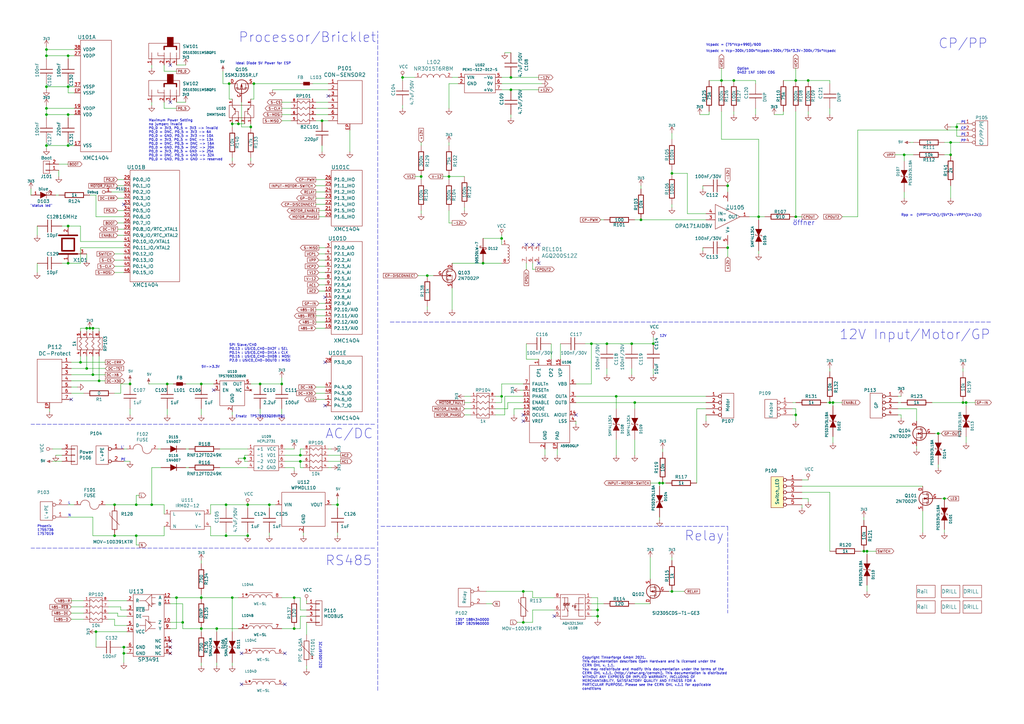
<source format=kicad_sch>
(kicad_sch (version 20211123) (generator eeschema)
  (paper "A3")
  (title_block (title "EVSE Bricklet") (date "2023-01-20") (rev "2.0.6") (company "Tinkerforge GmbH") (comment 1 "Licensed under CERN OHL v.1.1") (comment 2 "Copyright (©) 2021, B.Nordmeyer <bastian@tinkerforge.com>"))
  (junction (at 172.72 72.39))
  (junction (at 19.05 59.69))
  (junction (at 209.55 31.75))
  (junction (at 275.59 71.12))
  (junction (at 101.6 219.71))
  (junction (at 93.98 34.29))
  (junction (at 326.39 88.9))
  (junction (at 120.65 257.81))
  (junction (at 27.94 59.69))
  (junction (at 370.84 63.5))
  (junction (at 311.15 88.9))
  (junction (at 27.94 22.86))
  (junction (at 300.99 33.02))
  (junction (at 35.56 134.62))
  (junction (at 242.57 140.97))
  (junction (at 27.94 92.71))
  (junction (at 132.08 49.53))
  (junction (at 355.6 226.06))
  (junction (at 82.55 245.11))
  (junction (at 271.78 198.12))
  (junction (at 95.25 245.11))
  (junction (at 19.05 20.32))
  (junction (at 55.88 207.01))
  (junction (at 209.55 36.83))
  (junction (at 101.6 207.01))
  (junction (at 295.91 33.02))
  (junction (at 62.23 207.01))
  (junction (at 165.1 31.75))
  (junction (at 19.05 44.45))
  (junction (at 354.33 226.06))
  (junction (at 123.19 186.69))
  (junction (at 340.36 165.1))
  (junction (at 262.89 90.17))
  (junction (at 39.37 259.08))
  (junction (at 270.51 198.12))
  (junction (at 38.1 153.67))
  (junction (at 387.35 204.47))
  (junction (at 198.12 107.95))
  (junction (at 19.05 35.56))
  (junction (at 46.99 219.71))
  (junction (at 252.73 162.56))
  (junction (at 115.57 157.48))
  (junction (at 19.05 22.86))
  (junction (at 46.99 207.01))
  (junction (at 248.92 140.97))
  (junction (at 184.15 72.39))
  (junction (at 389.89 63.5))
  (junction (at 260.35 165.1))
  (junction (at 100.33 187.96))
  (junction (at 68.58 157.48))
  (junction (at 33.02 148.59))
  (junction (at 326.39 33.02))
  (junction (at 245.11 250.19))
  (junction (at 392.43 52.07))
  (junction (at 298.45 76.2))
  (junction (at 104.14 34.29))
  (junction (at 341.63 165.1))
  (junction (at 267.97 140.97))
  (junction (at 72.39 245.11))
  (junction (at 36.83 134.62))
  (junction (at 331.47 33.02))
  (junction (at 92.71 219.71))
  (junction (at 27.94 46.99))
  (junction (at 389.89 58.42))
  (junction (at 92.71 207.01))
  (junction (at 55.88 219.71))
  (junction (at 53.34 157.48))
  (junction (at 326.39 170.18))
  (junction (at 38.1 134.62))
  (junction (at 175.26 113.03))
  (junction (at 74.93 255.27))
  (junction (at 35.56 151.13))
  (junction (at 88.9 257.81))
  (junction (at 384.81 177.8))
  (junction (at 97.79 50.8))
  (junction (at 27.94 35.56))
  (junction (at 95.25 50.8))
  (junction (at 205.74 97.79))
  (junction (at 40.64 156.21))
  (junction (at 82.55 157.48))
  (junction (at 82.55 257.81))
  (junction (at 50.8 265.43))
  (junction (at 50.8 267.97))
  (junction (at 214.63 255.27))
  (junction (at 102.87 52.07))
  (junction (at 19.05 46.99))
  (junction (at 396.24 165.1))
  (junction (at 245.11 252.73))
  (junction (at 275.59 242.57))
  (junction (at 259.08 140.97))
  (junction (at 110.49 207.01))
  (junction (at 394.97 165.1))
  (junction (at 205.74 162.56))
  (junction (at 27.94 107.95))
  (junction (at 123.19 189.23))
  (junction (at 120.65 245.11))
  (junction (at 298.45 101.6))
  (junction (at 214.63 242.57))
  (junction (at 106.68 157.48))
  (junction (at 138.43 207.01))
  (no_connect (at 133.35 148.59))
  (no_connect (at 236.22 170.18))
  (no_connect (at 69.85 41.91))
  (no_connect (at 87.63 160.02))
  (no_connect (at 50.8 83.82))
  (no_connect (at 214.63 172.72))
  (no_connect (at 99.06 267.97))
  (no_connect (at 29.21 163.83))
  (no_connect (at 116.84 280.67))
  (no_connect (at 227.33 252.73))
  (no_connect (at 134.62 39.37))
  (no_connect (at 218.44 100.33))
  (no_connect (at 99.06 280.67))
  (no_connect (at 69.85 265.43))
  (no_connect (at 116.84 267.97))
  (no_connect (at 214.63 170.18))
  (no_connect (at 220.98 100.33))
  (no_connect (at 69.85 26.67))
  (no_connect (at 69.85 262.89))
  (no_connect (at 215.9 100.33))
  (no_connect (at 69.85 267.97))
  (no_connect (at 220.98 107.95))
  (no_connect (at 133.35 166.37))
  (no_connect (at 133.35 121.92))
  (polyline (pts (xy 153.67 173.99) (xy 12.7 173.99)))
  (wire (pts (xy 35.56 151.13) (xy 43.18 151.13)))
  (wire (pts (xy 27.94 46.99) (xy 30.48 46.99)))
  (wire (pts (xy 309.88 46.99) (xy 309.88 44.45)))
  (wire (pts (xy 223.52 186.69) (xy 223.52 184.15)))
  (wire (pts (xy 326.39 33.02) (xy 331.47 33.02)))
  (wire (pts (xy 48.26 251.46) (xy 44.45 251.46)))
  (wire (pts (xy 133.35 114.3) (xy 130.81 114.3)))
  (wire (pts (xy 19.05 34.29) (xy 19.05 35.56)))
  (wire (pts (xy 368.3 167.64) (xy 375.92 167.64)))
  (wire (pts (xy 242.57 252.73) (xy 245.11 252.73)))
  (wire (pts (xy 218.44 255.27) (xy 218.44 250.19)))
  (wire (pts (xy 134.62 46.99) (xy 129.54 46.99)))
  (wire (pts (xy 55.88 203.2) (xy 57.15 203.2)))
  (wire (pts (xy 132.08 59.69) (xy 132.08 62.23)))
  (wire (pts (xy 95.25 52.07) (xy 95.25 50.8)))
  (wire (pts (xy 110.49 208.28) (xy 110.49 207.01)))
  (wire (pts (xy 55.88 219.71) (xy 46.99 219.71)))
  (wire (pts (xy 101.6 191.77) (xy 90.17 191.77)))
  (wire (pts (xy 40.64 134.62) (xy 40.64 135.89)))
  (wire (pts (xy 71.12 157.48) (xy 68.58 157.48)))
  (wire (pts (xy 104.14 34.29) (xy 123.19 34.29)))
  (wire (pts (xy 33.02 135.89) (xy 33.02 134.62)))
  (wire (pts (xy 175.26 127) (xy 175.26 125.73)))
  (wire (pts (xy 203.2 165.1) (xy 205.74 165.1)))
  (wire (pts (xy 50.8 189.23) (xy 53.34 189.23)))
  (wire (pts (xy 129.54 81.28) (xy 133.35 81.28)))
  (wire (pts (xy 115.57 154.94) (xy 115.57 157.48)))
  (wire (pts (xy 267.97 140.97) (xy 267.97 138.43)))
  (wire (pts (xy 50.8 267.97) (xy 50.8 271.78)))
  (wire (pts (xy 181.61 72.39) (xy 184.15 72.39)))
  (wire (pts (xy 311.15 88.9) (xy 311.15 90.17)))
  (wire (pts (xy 86.36 219.71) (xy 92.71 219.71)))
  (wire (pts (xy 340.36 33.02) (xy 340.36 34.29)))
  (wire (pts (xy 48.26 91.44) (xy 50.8 91.44)))
  (wire (pts (xy 19.05 22.86) (xy 27.94 22.86)))
  (wire (pts (xy 69.85 255.27) (xy 74.93 255.27)))
  (wire (pts (xy 205.74 97.79) (xy 205.74 96.52)))
  (wire (pts (xy 49.53 157.48) (xy 53.34 157.48)))
  (wire (pts (xy 236.22 157.48) (xy 242.57 157.48)))
  (wire (pts (xy 102.87 40.64) (xy 104.14 40.64)))
  (wire (pts (xy 52.07 267.97) (xy 50.8 267.97)))
  (wire (pts (xy 165.1 31.75) (xy 170.18 31.75)))
  (wire (pts (xy 190.5 162.56) (xy 193.04 162.56)))
  (wire (pts (xy 67.31 41.91) (xy 67.31 44.45)))
  (wire (pts (xy 100.33 187.96) (xy 97.79 187.96)))
  (wire (pts (xy 326.39 45.72) (xy 326.39 88.9)))
  (wire (pts (xy 325.12 170.18) (xy 326.39 170.18)))
  (wire (pts (xy 328.93 204.47) (xy 331.47 204.47)))
  (wire (pts (xy 289.56 172.72) (xy 289.56 170.18)))
  (wire (pts (xy 288.29 77.47) (xy 288.29 76.2)))
  (wire (pts (xy 40.64 156.21) (xy 29.21 156.21)))
  (wire (pts (xy 19.05 35.56) (xy 19.05 36.83)))
  (wire (pts (xy 55.88 207.01) (xy 55.88 203.2)))
  (wire (pts (xy 203.2 170.18) (xy 207.01 170.18)))
  (wire (pts (xy 298.45 74.93) (xy 298.45 76.2)))
  (wire (pts (xy 19.05 58.42) (xy 19.05 59.69)))
  (wire (pts (xy 130.81 119.38) (xy 133.35 119.38)))
  (wire (pts (xy 27.94 207.01) (xy 30.48 207.01)))
  (wire (pts (xy 35.56 146.05) (xy 35.56 151.13)))
  (wire (pts (xy 48.26 96.52) (xy 50.8 96.52)))
  (wire (pts (xy 341.63 166.37) (xy 341.63 165.1)))
  (wire (pts (xy 100.33 186.69) (xy 100.33 187.96)))
  (wire (pts (xy 143.51 53.34) (xy 143.51 62.23)))
  (wire (pts (xy 129.54 158.75) (xy 133.35 158.75)))
  (wire (pts (xy 229.87 147.32) (xy 229.87 140.97)))
  (wire (pts (xy 69.85 247.65) (xy 74.93 247.65)))
  (wire (pts (xy 396.24 166.37) (xy 396.24 165.1)))
  (wire (pts (xy 392.43 52.07) (xy 389.89 52.07)))
  (wire (pts (xy 205.74 100.33) (xy 205.74 97.79)))
  (wire (pts (xy 325.12 165.1) (xy 326.39 165.1)))
  (wire (pts (xy 77.47 191.77) (xy 76.2 191.77)))
  (wire (pts (xy 207.01 162.56) (xy 214.63 162.56)))
  (wire (pts (xy 27.94 46.99) (xy 27.94 48.26)))
  (wire (pts (xy 38.1 219.71) (xy 46.99 219.71)))
  (wire (pts (xy 48.26 73.66) (xy 50.8 73.66)))
  (wire (pts (xy 135.89 207.01) (xy 138.43 207.01)))
  (wire (pts (xy 38.1 135.89) (xy 38.1 134.62)))
  (wire (pts (xy 213.36 160.02) (xy 214.63 160.02)))
  (wire (pts (xy 33.02 148.59) (xy 33.02 146.05)))
  (wire (pts (xy 125.73 255.27) (xy 125.73 260.35)))
  (polyline (pts (xy 153.67 224.79) (xy 12.7 224.79)))
  (wire (pts (xy 19.05 43.18) (xy 19.05 44.45)))
  (wire (pts (xy 129.54 127) (xy 133.35 127)))
  (wire (pts (xy 72.39 41.91) (xy 76.2 41.91)))
  (wire (pts (xy 190.5 165.1) (xy 193.04 165.1)))
  (wire (pts (xy 25.4 92.71) (xy 27.94 92.71)))
  (wire (pts (xy 184.15 72.39) (xy 190.5 72.39)))
  (wire (pts (xy 289.56 90.17) (xy 262.89 90.17)))
  (wire (pts (xy 354.33 226.06) (xy 355.6 226.06)))
  (wire (pts (xy 123.19 186.69) (xy 124.46 186.69)))
  (wire (pts (xy 227.33 245.11) (xy 218.44 245.11)))
  (wire (pts (xy 242.57 140.97) (xy 248.92 140.97)))
  (wire (pts (xy 386.08 204.47) (xy 387.35 204.47)))
  (wire (pts (xy 38.1 134.62) (xy 36.83 134.62)))
  (wire (pts (xy 331.47 204.47) (xy 331.47 205.74)))
  (wire (pts (xy 209.55 31.75) (xy 205.74 31.75)))
  (wire (pts (xy 355.6 226.06) (xy 359.41 226.06)))
  (wire (pts (xy 134.62 191.77) (xy 135.89 191.77)))
  (wire (pts (xy 389.89 58.42) (xy 389.89 63.5)))
  (wire (pts (xy 259.08 140.97) (xy 267.97 140.97)))
  (wire (pts (xy 138.43 207.01) (xy 138.43 204.47)))
  (wire (pts (xy 33.02 99.06) (xy 50.8 99.06)))
  (wire (pts (xy 120.65 191.77) (xy 120.65 193.04)))
  (wire (pts (xy 184.15 73.66) (xy 184.15 72.39)))
  (wire (pts (xy 242.57 250.19) (xy 245.11 250.19)))
  (wire (pts (xy 383.54 177.8) (xy 384.81 177.8)))
  (wire (pts (xy 389.89 58.42) (xy 393.7 58.42)))
  (wire (pts (xy 119.38 49.53) (xy 115.57 49.53)))
  (wire (pts (xy 133.35 86.36) (xy 130.81 86.36)))
  (wire (pts (xy 27.94 35.56) (xy 27.94 38.1)))
  (wire (pts (xy 392.43 52.07) (xy 392.43 55.88)))
  (wire (pts (xy 275.59 229.87) (xy 275.59 228.6)))
  (wire (pts (xy 62.23 43.18) (xy 62.23 41.91)))
  (wire (pts (xy 205.74 165.1) (xy 205.74 162.56)))
  (wire (pts (xy 29.21 151.13) (xy 35.56 151.13)))
  (wire (pts (xy 82.55 257.81) (xy 88.9 257.81)))
  (wire (pts (xy 82.55 259.08) (xy 82.55 257.81)))
  (wire (pts (xy 309.88 33.02) (xy 300.99 33.02)))
  (wire (pts (xy 74.93 255.27) (xy 74.93 257.81)))
  (wire (pts (xy 226.06 147.32) (xy 226.06 140.97)))
  (wire (pts (xy 104.14 40.64) (xy 104.14 34.29)))
  (wire (pts (xy 246.38 90.17) (xy 247.65 90.17)))
  (wire (pts (xy 242.57 157.48) (xy 242.57 140.97)))
  (wire (pts (xy 64.77 184.15) (xy 66.04 184.15)))
  (wire (pts (xy 38.1 134.62) (xy 40.64 134.62)))
  (wire (pts (xy 260.35 167.64) (xy 260.35 165.1)))
  (wire (pts (xy 133.35 161.29) (xy 129.54 161.29)))
  (wire (pts (xy 218.44 107.95) (xy 218.44 110.49)))
  (wire (pts (xy 288.29 102.87) (xy 288.29 101.6)))
  (wire (pts (xy 46.99 256.54) (xy 46.99 254)))
  (wire (pts (xy 368.3 170.18) (xy 369.57 170.18)))
  (wire (pts (xy 389.89 63.5) (xy 387.35 63.5)))
  (wire (pts (xy 27.94 22.86) (xy 30.48 22.86)))
  (wire (pts (xy 29.21 161.29) (xy 34.29 161.29)))
  (wire (pts (xy 210.82 167.64) (xy 210.82 170.18)))
  (wire (pts (xy 129.54 44.45) (xy 134.62 44.45)))
  (wire (pts (xy 394.97 152.4) (xy 394.97 151.13)))
  (wire (pts (xy 123.19 252.73) (xy 125.73 252.73)))
  (wire (pts (xy 351.79 53.34) (xy 351.79 88.9)))
  (wire (pts (xy 67.31 26.67) (xy 67.31 29.21)))
  (wire (pts (xy 55.88 219.71) (xy 67.31 219.71)))
  (wire (pts (xy 199.39 247.65) (xy 201.93 247.65)))
  (wire (pts (xy 205.74 97.79) (xy 198.12 97.79)))
  (wire (pts (xy 340.36 46.99) (xy 340.36 44.45)))
  (wire (pts (xy 252.73 162.56) (xy 289.56 162.56)))
  (wire (pts (xy 133.35 88.9) (xy 130.81 88.9)))
  (wire (pts (xy 125.73 274.32) (xy 125.73 273.05)))
  (wire (pts (xy 172.72 87.63) (xy 172.72 86.36)))
  (wire (pts (xy 134.62 36.83) (xy 111.76 36.83)))
  (wire (pts (xy 133.35 83.82) (xy 129.54 83.82)))
  (wire (pts (xy 67.31 207.01) (xy 67.31 210.82)))
  (wire (pts (xy 29.21 148.59) (xy 33.02 148.59)))
  (wire (pts (xy 123.19 257.81) (xy 123.19 252.73)))
  (wire (pts (xy 341.63 179.07) (xy 341.63 181.61)))
  (wire (pts (xy 115.57 245.11) (xy 120.65 245.11)))
  (wire (pts (xy 165.1 44.45) (xy 165.1 43.18)))
  (wire (pts (xy 267.97 153.67) (xy 267.97 151.13)))
  (wire (pts (xy 378.46 209.55) (xy 378.46 218.44)))
  (wire (pts (xy 384.81 191.77) (xy 384.81 190.5)))
  (wire (pts (xy 370.84 63.5) (xy 370.84 66.04)))
  (wire (pts (xy 50.8 265.43) (xy 52.07 265.43)))
  (wire (pts (xy 24.13 72.39) (xy 24.13 69.85)))
  (wire (pts (xy 252.73 186.69) (xy 252.73 180.34)))
  (wire (pts (xy 215.9 147.32) (xy 215.9 140.97)))
  (wire (pts (xy 331.47 33.02) (xy 340.36 33.02)))
  (wire (pts (xy 88.9 257.81) (xy 88.9 259.08)))
  (wire (pts (xy 133.35 76.2) (xy 129.54 76.2)))
  (wire (pts (xy 185.42 118.11) (xy 185.42 127)))
  (wire (pts (xy 207.01 21.59) (xy 209.55 21.59)))
  (wire (pts (xy 50.8 111.76) (xy 46.99 111.76)))
  (wire (pts (xy 259.08 153.67) (xy 259.08 151.13)))
  (wire (pts (xy 50.8 106.68) (xy 46.99 106.68)))
  (wire (pts (xy 15.24 96.52) (xy 15.24 92.71)))
  (wire (pts (xy 67.31 29.21) (xy 72.39 29.21)))
  (wire (pts (xy 290.83 46.99) (xy 290.83 45.72)))
  (wire (pts (xy 262.89 90.17) (xy 260.35 90.17)))
  (wire (pts (xy 369.57 171.45) (xy 369.57 170.18)))
  (wire (pts (xy 124.46 191.77) (xy 123.19 191.77)))
  (wire (pts (xy 27.94 38.1) (xy 30.48 38.1)))
  (wire (pts (xy 95.25 245.11) (xy 95.25 259.08)))
  (polyline (pts (xy 156.21 215.9) (xy 298.45 215.9)))
  (wire (pts (xy 214.63 255.27) (xy 218.44 255.27)))
  (wire (pts (xy 328.93 196.85) (xy 331.47 196.85)))
  (wire (pts (xy 123.19 191.77) (xy 123.19 189.23)))
  (wire (pts (xy 172.72 73.66) (xy 172.72 72.39)))
  (wire (pts (xy 123.19 245.11) (xy 120.65 245.11)))
  (wire (pts (xy 40.64 146.05) (xy 40.64 156.21)))
  (wire (pts (xy 62.23 191.77) (xy 66.04 191.77)))
  (wire (pts (xy 39.37 88.9) (xy 39.37 80.01)))
  (wire (pts (xy 260.35 186.69) (xy 260.35 180.34)))
  (wire (pts (xy 285.75 198.12) (xy 285.75 167.64)))
  (wire (pts (xy 184.15 86.36) (xy 184.15 91.44)))
  (wire (pts (xy 280.67 242.57) (xy 275.59 242.57)))
  (wire (pts (xy 187.96 34.29) (xy 184.15 34.29)))
  (wire (pts (xy 116.84 184.15) (xy 120.65 184.15)))
  (wire (pts (xy 119.38 44.45) (xy 115.57 44.45)))
  (wire (pts (xy 214.63 165.1) (xy 208.28 165.1)))
  (wire (pts (xy 123.19 184.15) (xy 123.19 186.69)))
  (wire (pts (xy 101.6 207.01) (xy 110.49 207.01)))
  (wire (pts (xy 275.59 54.61) (xy 275.59 57.15)))
  (wire (pts (xy 27.94 34.29) (xy 27.94 35.56)))
  (wire (pts (xy 40.64 156.21) (xy 43.18 156.21)))
  (wire (pts (xy 19.05 59.69) (xy 19.05 60.96)))
  (wire (pts (xy 27.94 67.31) (xy 24.13 67.31)))
  (wire (pts (xy 236.22 162.56) (xy 252.73 162.56)))
  (wire (pts (xy 134.62 186.69) (xy 139.7 186.69)))
  (wire (pts (xy 208.28 165.1) (xy 208.28 167.64)))
  (wire (pts (xy 52.07 250.19) (xy 49.53 250.19)))
  (wire (pts (xy 27.94 22.86) (xy 27.94 24.13)))
  (wire (pts (xy 50.8 78.74) (xy 45.72 78.74)))
  (wire (pts (xy 208.28 167.64) (xy 203.2 167.64)))
  (wire (pts (xy 124.46 184.15) (xy 123.19 184.15)))
  (wire (pts (xy 101.6 219.71) (xy 101.6 218.44)))
  (wire (pts (xy 129.54 132.08) (xy 133.35 132.08)))
  (wire (pts (xy 69.85 257.81) (xy 72.39 257.81)))
  (wire (pts (xy 218.44 245.11) (xy 218.44 242.57)))
  (wire (pts (xy 209.55 48.26) (xy 209.55 46.99)))
  (wire (pts (xy 326.39 88.9) (xy 328.93 88.9)))
  (wire (pts (xy 321.31 46.99) (xy 321.31 45.72)))
  (wire (pts (xy 50.8 184.15) (xy 52.07 184.15)))
  (wire (pts (xy 55.88 223.52) (xy 57.15 223.52)))
  (wire (pts (xy 139.7 189.23) (xy 134.62 189.23)))
  (wire (pts (xy 82.55 245.11) (xy 82.55 243.84)))
  (wire (pts (xy 340.36 165.1) (xy 341.63 165.1)))
  (wire (pts (xy 193.04 167.64) (xy 190.5 167.64)))
  (wire (pts (xy 218.44 110.49) (xy 219.71 110.49)))
  (wire (pts (xy 67.31 215.9) (xy 67.31 219.71)))
  (wire (pts (xy 198.12 107.95) (xy 185.42 107.95)))
  (wire (pts (xy 374.65 63.5) (xy 370.84 63.5)))
  (wire (pts (xy 298.45 78.74) (xy 298.45 76.2)))
  (wire (pts (xy 92.71 207.01) (xy 86.36 207.01)))
  (wire (pts (xy 393.7 55.88) (xy 392.43 55.88)))
  (wire (pts (xy 82.55 157.48) (xy 87.63 157.48)))
  (wire (pts (xy 62.23 27.94) (xy 62.23 26.67)))
  (wire (pts (xy 355.6 240.03) (xy 355.6 242.57)))
  (wire (pts (xy 27.94 59.69) (xy 27.94 58.42)))
  (wire (pts (xy 325.12 167.64) (xy 326.39 167.64)))
  (wire (pts (xy 115.57 170.18) (xy 115.57 167.64)))
  (wire (pts (xy 62.23 207.01) (xy 67.31 207.01)))
  (wire (pts (xy 35.56 106.68) (xy 35.56 104.14)))
  (wire (pts (xy 339.09 165.1) (xy 340.36 165.1)))
  (wire (pts (xy 311.15 57.15) (xy 295.91 57.15)))
  (wire (pts (xy 245.11 250.19) (xy 245.11 245.11)))
  (wire (pts (xy 260.35 165.1) (xy 289.56 165.1)))
  (wire (pts (xy 184.15 34.29) (xy 184.15 44.45)))
  (wire (pts (xy 19.05 19.05) (xy 19.05 20.32)))
  (wire (pts (xy 27.94 59.69) (xy 30.48 59.69)))
  (wire (pts (xy 382.27 165.1) (xy 394.97 165.1)))
  (polyline (pts (xy 298.45 215.9) (xy 298.45 251.46)))
  (wire (pts (xy 184.15 59.69) (xy 184.15 58.42)))
  (wire (pts (xy 133.35 111.76) (xy 130.81 111.76)))
  (wire (pts (xy 285.75 167.64) (xy 289.56 167.64)))
  (wire (pts (xy 30.48 20.32) (xy 19.05 20.32)))
  (wire (pts (xy 116.84 191.77) (xy 120.65 191.77)))
  (wire (pts (xy 27.94 212.09) (xy 38.1 212.09)))
  (wire (pts (xy 133.35 116.84) (xy 130.81 116.84)))
  (wire (pts (xy 207.01 162.56) (xy 207.01 170.18)))
  (wire (pts (xy 92.71 208.28) (xy 92.71 207.01)))
  (wire (pts (xy 43.18 207.01) (xy 46.99 207.01)))
  (wire (pts (xy 92.71 219.71) (xy 101.6 219.71)))
  (wire (pts (xy 393.7 53.34) (xy 351.79 53.34)))
  (wire (pts (xy 82.55 245.11) (xy 95.25 245.11)))
  (wire (pts (xy 100.33 189.23) (xy 101.6 189.23)))
  (wire (pts (xy 101.6 -7.62) (xy 110.49 -7.62)))
  (wire (pts (xy 353.06 226.06) (xy 354.33 226.06)))
  (wire (pts (xy 270.51 198.12) (xy 266.7 198.12)))
  (wire (pts (xy 214.63 167.64) (xy 210.82 167.64)))
  (wire (pts (xy 106.68 157.48) (xy 115.57 157.48)))
  (wire (pts (xy 97.79 50.8) (xy 95.25 50.8)))
  (wire (pts (xy 102.87 66.04) (xy 102.87 64.77)))
  (wire (pts (xy 331.47 46.99) (xy 331.47 45.72)))
  (wire (pts (xy 48.26 81.28) (xy 50.8 81.28)))
  (wire (pts (xy 190.5 170.18) (xy 193.04 170.18)))
  (wire (pts (xy 290.83 33.02) (xy 295.91 33.02)))
  (wire (pts (xy 19.05 22.86) (xy 19.05 24.13)))
  (wire (pts (xy 95.25 170.18) (xy 95.25 168.91)))
  (wire (pts (xy 375.92 167.64) (xy 375.92 172.72)))
  (wire (pts (xy 99.06 52.07) (xy 99.06 41.91)))
  (wire (pts (xy 373.38 58.42) (xy 374.65 58.42)))
  (wire (pts (xy 91.44 34.29) (xy 91.44 29.21)))
  (wire (pts (xy 165.1 31.75) (xy 165.1 33.02)))
  (wire (pts (xy 134.62 184.15) (xy 135.89 184.15)))
  (wire (pts (xy 396.24 179.07) (xy 396.24 181.61)))
  (wire (pts (xy 49.53 161.29) (xy 49.53 157.48)))
  (wire (pts (xy 270.51 213.36) (xy 270.51 212.09)))
  (wire (pts (xy 49.53 250.19) (xy 49.53 248.92)))
  (wire (pts (xy 326.39 167.64) (xy 326.39 170.18)))
  (wire (pts (xy 298.45 105.41) (xy 298.45 101.6)))
  (wire (pts (xy 86.36 207.01) (xy 86.36 210.82)))
  (wire (pts (xy 340.36 201.93) (xy 340.36 226.06)))
  (wire (pts (xy 242.57 245.11) (xy 245.11 245.11)))
  (wire (pts (xy 53.34 167.64) (xy 53.34 170.18)))
  (wire (pts (xy 19.05 59.69) (xy 27.94 59.69)))
  (wire (pts (xy 76.2 184.15) (xy 77.47 184.15)))
  (wire (pts (xy 340.36 152.4) (xy 340.36 151.13)))
  (wire (pts (xy 387.35 218.44) (xy 387.35 217.17)))
  (wire (pts (xy 281.94 71.12) (xy 281.94 87.63)))
  (wire (pts (xy 375.92 184.15) (xy 375.92 182.88)))
  (wire (pts (xy 270.51 199.39) (xy 270.51 198.12)))
  (wire (pts (xy 74.93 247.65) (xy 74.93 255.27)))
  (wire (pts (xy 95.25 245.11) (xy 97.79 245.11)))
  (wire (pts (xy 39.37 80.01) (xy 36.83 80.01)))
  (wire (pts (xy 242.57 140.97) (xy 240.03 140.97)))
  (wire (pts (xy 67.31 44.45) (xy 72.39 44.45)))
  (wire (pts (xy 205.74 157.48) (xy 214.63 157.48)))
  (wire (pts (xy 214.63 255.27) (xy 212.09 255.27)))
  (wire (pts (xy 102.87 157.48) (xy 106.68 157.48)))
  (wire (pts (xy 138.43 219.71) (xy 138.43 218.44)))
  (wire (pts (xy 38.1 146.05) (xy 38.1 153.67)))
  (wire (pts (xy 133.35 101.6) (xy 130.81 101.6)))
  (wire (pts (xy 317.5 46.99) (xy 321.31 46.99)))
  (wire (pts (xy 52.07 252.73) (xy 48.26 252.73)))
  (wire (pts (xy 205.74 107.95) (xy 198.12 107.95)))
  (wire (pts (xy 309.88 34.29) (xy 309.88 33.02)))
  (wire (pts (xy 266.7 228.6) (xy 266.7 237.49)))
  (wire (pts (xy 50.8 109.22) (xy 46.99 109.22)))
  (wire (pts (xy 354.33 213.36) (xy 354.33 212.09)))
  (wire (pts (xy 133.35 73.66) (xy 129.54 73.66)))
  (wire (pts (xy 124.46 219.71) (xy 124.46 218.44)))
  (wire (pts (xy 72.39 26.67) (xy 76.2 26.67)))
  (wire (pts (xy 34.29 248.92) (xy 29.21 248.92)))
  (wire (pts (xy 29.21 153.67) (xy 38.1 153.67)))
  (wire (pts (xy 33.02 107.95) (xy 33.02 101.6)))
  (wire (pts (xy 275.59 242.57) (xy 274.32 242.57)))
  (wire (pts (xy 252.73 167.64) (xy 252.73 162.56)))
  (wire (pts (xy 82.55 231.14) (xy 82.55 229.87)))
  (wire (pts (xy 248.92 153.67) (xy 248.92 151.13)))
  (wire (pts (xy 392.43 50.8) (xy 393.7 50.8)))
  (wire (pts (xy 35.56 134.62) (xy 36.83 134.62)))
  (wire (pts (xy 184.15 91.44) (xy 185.42 91.44)))
  (wire (pts (xy 355.6 227.33) (xy 355.6 226.06)))
  (wire (pts (xy 30.48 35.56) (xy 27.94 35.56)))
  (wire (pts (xy 30.48 44.45) (xy 19.05 44.45)))
  (wire (pts (xy 275.59 69.85) (xy 275.59 71.12)))
  (wire (pts (xy 50.8 86.36) (xy 48.26 86.36)))
  (wire (pts (xy 39.37 259.08) (xy 52.07 259.08)))
  (wire (pts (xy 248.92 140.97) (xy 259.08 140.97)))
  (wire (pts (xy 46.99 161.29) (xy 49.53 161.29)))
  (wire (pts (xy 55.88 219.71) (xy 55.88 223.52)))
  (wire (pts (xy 115.57 257.81) (xy 120.65 257.81)))
  (wire (pts (xy 389.89 81.28) (xy 389.89 76.2)))
  (wire (pts (xy 55.88 207.01) (xy 62.23 207.01)))
  (wire (pts (xy 46.99 207.01) (xy 55.88 207.01)))
  (wire (pts (xy 311.15 104.14) (xy 311.15 102.87)))
  (wire (pts (xy 19.05 46.99) (xy 27.94 46.99)))
  (wire (pts (xy 387.35 204.47) (xy 388.62 204.47)))
  (wire (pts (xy 311.15 88.9) (xy 313.69 88.9)))
  (wire (pts (xy 370.84 78.74) (xy 370.84 81.28)))
  (wire (pts (xy 25.4 186.69) (xy 22.86 186.69)))
  (wire (pts (xy 295.91 27.94) (xy 295.91 33.02)))
  (wire (pts (xy 21.59 189.23) (xy 25.4 189.23)))
  (wire (pts (xy 27.94 107.95) (xy 33.02 107.95)))
  (wire (pts (xy 93.98 34.29) (xy 93.98 40.64)))
  (wire (pts (xy 100.33 187.96) (xy 100.33 189.23)))
  (wire (pts (xy 220.98 147.32) (xy 215.9 147.32)))
  (wire (pts (xy 222.25 34.29) (xy 205.74 34.29)))
  (wire (pts (xy 39.37 265.43) (xy 39.37 259.08)))
  (wire (pts (xy 110.49 207.01) (xy 113.03 207.01)))
  (wire (pts (xy 49.53 248.92) (xy 44.45 248.92)))
  (wire (pts (xy 33.02 101.6) (xy 50.8 101.6)))
  (wire (pts (xy 19.05 46.99) (xy 19.05 48.26)))
  (wire (pts (xy 20.32 168.91) (xy 20.32 167.64)))
  (wire (pts (xy 271.78 185.42) (xy 271.78 184.15)))
  (polyline (pts (xy 160.02 132.08) (xy 406.4 132.08)))
  (wire (pts (xy 33.02 148.59) (xy 43.18 148.59)))
  (wire (pts (xy 46.99 254) (xy 44.45 254)))
  (wire (pts (xy 60.96 157.48) (xy 68.58 157.48)))
  (wire (pts (xy 33.02 134.62) (xy 35.56 134.62)))
  (wire (pts (xy 102.87 52.07) (xy 99.06 52.07)))
  (wire (pts (xy 130.81 124.46) (xy 133.35 124.46)))
  (wire (pts (xy 328.93 208.28) (xy 328.93 207.01)))
  (wire (pts (xy 27.94 35.56) (xy 19.05 35.56)))
  (wire (pts (xy 19.05 20.32) (xy 19.05 22.86)))
  (wire (pts (xy 130.81 106.68) (xy 133.35 106.68)))
  (wire (pts (xy 129.54 163.83) (xy 133.35 163.83)))
  (wire (pts (xy 298.45 100.33) (xy 298.45 101.6)))
  (wire (pts (xy 123.19 189.23) (xy 124.46 189.23)))
  (wire (pts (xy 123.19 250.19) (xy 123.19 245.11)))
  (wire (pts (xy 106.68 167.64) (xy 106.68 170.18)))
  (wire (pts (xy 203.2 162.56) (xy 205.74 162.56)))
  (wire (pts (xy 311.15 88.9) (xy 311.15 57.15)))
  (wire (pts (xy 300.99 46.99) (xy 300.99 45.72)))
  (wire (pts (xy 242.57 247.65) (xy 247.65 247.65)))
  (wire (pts (xy 48.26 93.98) (xy 50.8 93.98)))
  (wire (pts (xy 116.84 189.23) (xy 123.19 189.23)))
  (wire (pts (xy 287.02 46.99) (xy 290.83 46.99)))
  (wire (pts (xy 29.21 158.75) (xy 31.75 158.75)))
  (wire (pts (xy 46.99 104.14) (xy 50.8 104.14)))
  (wire (pts (xy 133.35 129.54) (xy 129.54 129.54)))
  (wire (pts (xy 275.59 85.09) (xy 275.59 83.82)))
  (wire (pts (xy 275.59 71.12) (xy 281.94 71.12)))
  (wire (pts (xy 100.33 50.8) (xy 97.79 50.8)))
  (wire (pts (xy 394.97 165.1) (xy 396.24 165.1)))
  (wire (pts (xy 82.55 170.18) (xy 82.55 167.64)))
  (wire (pts (xy 271.78 198.12) (xy 270.51 198.12)))
  (wire (pts (xy 72.39 245.11) (xy 82.55 245.11)))
  (wire (pts (xy 262.89 77.47) (xy 262.89 76.2)))
  (wire (pts (xy 129.54 49.53) (xy 132.08 49.53)))
  (wire (pts (xy 125.73 247.65) (xy 125.73 246.38)))
  (wire (pts (xy 396.24 165.1) (xy 400.05 165.1)))
  (wire (pts (xy 134.62 34.29) (xy 128.27 34.29)))
  (wire (pts (xy 39.37 88.9) (xy 50.8 88.9)))
  (wire (pts (xy 116.84 186.69) (xy 123.19 186.69)))
  (wire (pts (xy 133.35 104.14) (xy 130.81 104.14)))
  (wire (pts (xy 76.2 157.48) (xy 82.55 157.48)))
  (wire (pts (xy 236.22 165.1) (xy 260.35 165.1)))
  (wire (pts (xy 351.79 88.9) (xy 345.44 88.9)))
  (wire (pts (xy 88.9 273.05) (xy 88.9 271.78)))
  (wire (pts (xy 101.6 -11.43) (xy 101.6 -7.62)))
  (wire (pts (xy 175.26 113.03) (xy 177.8 113.03)))
  (wire (pts (xy 185.42 31.75) (xy 187.96 31.75)))
  (wire (pts (xy 386.08 177.8) (xy 384.81 177.8)))
  (wire (pts (xy 133.35 109.22) (xy 130.81 109.22)))
  (wire (pts (xy 120.65 257.81) (xy 123.19 257.81)))
  (wire (pts (xy 21.59 184.15) (xy 25.4 184.15)))
  (polyline (pts (xy 154.94 283.21) (xy 154.94 12.7)))
  (wire (pts (xy 170.18 72.39) (xy 172.72 72.39)))
  (wire (pts (xy 101.6 186.69) (xy 100.33 186.69)))
  (wire (pts (xy 86.36 215.9) (xy 86.36 219.71)))
  (wire (pts (xy 134.62 49.53) (xy 132.08 49.53)))
  (wire (pts (xy 52.07 256.54) (xy 46.99 256.54)))
  (wire (pts (xy 92.71 219.71) (xy 92.71 218.44)))
  (wire (pts (xy 236.22 173.99) (xy 236.22 172.72)))
  (wire (pts (xy 115.57 41.91) (xy 119.38 41.91)))
  (wire (pts (xy 295.91 57.15) (xy 295.91 45.72)))
  (wire (pts (xy 110.49 219.71) (xy 110.49 218.44)))
  (wire (pts (xy 367.03 63.5) (xy 370.84 63.5)))
  (wire (pts (xy 72.39 257.81) (xy 72.39 245.11)))
  (wire (pts (xy 82.55 273.05) (xy 82.55 271.78)))
  (wire (pts (xy 218.44 250.19) (xy 227.33 250.19)))
  (wire (pts (xy 328.93 199.39) (xy 378.46 199.39)))
  (wire (pts (xy 27.94 92.71) (xy 33.02 92.71)))
  (wire (pts (xy 215.9 110.49) (xy 215.9 107.95)))
  (wire (pts (xy 33.02 92.71) (xy 33.02 99.06)))
  (wire (pts (xy 172.72 59.69) (xy 172.72 58.42)))
  (wire (pts (xy 74.93 257.81) (xy 82.55 257.81)))
  (wire (pts (xy 245.11 252.73) (xy 245.11 250.19)))
  (wire (pts (xy 95.25 66.04) (xy 95.25 64.77)))
  (wire (pts (xy 129.54 78.74) (xy 133.35 78.74)))
  (wire (pts (xy 101.6 184.15) (xy 90.17 184.15)))
  (wire (pts (xy 245.11 254) (xy 245.11 252.73)))
  (wire (pts (xy 62.23 191.77) (xy 62.23 207.01)))
  (wire (pts (xy 205.74 36.83) (xy 209.55 36.83)))
  (wire (pts (xy 281.94 87.63) (xy 289.56 87.63)))
  (wire (pts (xy 190.5 86.36) (xy 190.5 85.09)))
  (wire (pts (xy 49.53 265.43) (xy 50.8 265.43)))
  (wire (pts (xy 29.21 246.38) (xy 34.29 246.38)))
  (wire (pts (xy 91.44 34.29) (xy 93.98 34.29)))
  (wire (pts (xy 199.39 242.57) (xy 214.63 242.57)))
  (wire (pts (xy 134.62 41.91) (xy 129.54 41.91)))
  (wire (pts (xy 68.58 170.18) (xy 68.58 167.64)))
  (wire (pts (xy 326.39 170.18) (xy 326.39 172.72)))
  (wire (pts (xy 101.6 208.28) (xy 101.6 207.01)))
  (wire (pts (xy 171.45 113.03) (xy 175.26 113.03)))
  (wire (pts (xy 22.86 80.01) (xy 24.13 80.01)))
  (wire (pts (xy 328.93 201.93) (xy 340.36 201.93)))
  (wire (pts (xy 93.98 40.64) (xy 95.25 40.64)))
  (wire (pts (xy 133.35 134.62) (xy 129.54 134.62)))
  (wire (pts (xy 19.05 44.45) (xy 19.05 46.99)))
  (wire (pts (xy 341.63 165.1) (xy 345.44 165.1)))
  (wire (pts (xy 209.55 31.75) (xy 220.98 31.75)))
  (wire (pts (xy 52.07 246.38) (xy 44.45 246.38)))
  (wire (pts (xy 205.74 162.56) (xy 205.74 157.48)))
  (wire (pts (xy 321.31 33.02) (xy 326.39 33.02)))
  (wire (pts (xy 34.29 254) (xy 29.21 254)))
  (wire (pts (xy 50.8 265.43) (xy 50.8 267.97)))
  (wire (pts (xy 273.05 198.12) (xy 271.78 198.12)))
  (wire (pts (xy 48.26 76.2) (xy 50.8 76.2)))
  (wire (pts (xy 101.6 207.01) (xy 92.71 207.01)))
  (wire (pts (xy 326.39 33.02) (xy 326.39 27.94)))
  (wire (pts (xy 25.4 107.95) (xy 27.94 107.95)))
  (wire (pts (xy 220.98 36.83) (xy 209.55 36.83)))
  (wire (pts (xy 115.57 46.99) (xy 119.38 46.99)))
  (wire (pts (xy 29.21 251.46) (xy 34.29 251.46)))
  (wire (pts (xy 35.56 135.89) (xy 35.56 134.62)))
  (wire (pts (xy 48.26 252.73) (xy 48.26 251.46)))
  (wire (pts (xy 218.44 242.57) (xy 214.63 242.57)))
  (wire (pts (xy 38.1 153.67) (xy 43.18 153.67)))
  (wire (pts (xy 307.34 88.9) (xy 311.15 88.9)))
  (wire (pts (xy 368.3 165.1) (xy 369.57 165.1)))
  (wire (pts (xy 102.87 52.07) (xy 102.87 50.8)))
  (wire (pts (xy 38.1 212.09) (xy 38.1 219.71)))
  (wire (pts (xy 125.73 250.19) (xy 123.19 250.19)))
  (wire (pts (xy 95.25 273.05) (xy 95.25 271.78)))
  (wire (pts (xy 15.24 111.76) (xy 15.24 107.95)))
  (wire (pts (xy 53.34 156.21) (xy 53.34 157.48)))
  (wire (pts (xy 387.35 58.42) (xy 389.89 58.42)))
  (wire (pts (xy 295.91 33.02) (xy 300.99 33.02)))
  (wire (pts (xy 12.7 77.47) (xy 12.7 80.01)))
  (wire (pts (xy 138.43 207.01) (xy 138.43 208.28)))
  (wire (pts (xy 392.43 52.07) (xy 392.43 50.8)))
  (wire (pts (xy 228.6 186.69) (xy 228.6 184.15)))
  (wire (pts (xy 260.35 247.65) (xy 266.7 247.65)))
  (wire (pts (xy 368.3 162.56) (xy 369.57 162.56)))
  (wire (pts (xy 69.85 245.11) (xy 72.39 245.11)))
  (wire (pts (xy 88.9 257.81) (xy 97.79 257.81)))
  (text "135° 1884340000\n180° 1825960000\n" (at 186.69 256.54 0) (effects (font (size 0.9906 0.9906)) (justify left bottom)))
  (text "RS485" (at 133.35 232.41 0) (effects (font (size 3.9878 3.9878)) (justify left bottom)))
  (text "SPI Slave/CH0\nP0.13 : USIC0_CH0-DX2F : SEL\nP0.14 : USIC0_CH0-DX1A : CLK\nP0.15 : USIC0_CH0-DX0B : MOSI\nP2.0 : USIC0_CH0-DOUT0 : MISO" (at 93.98 148.59 0) (effects (font (size 0.9906 0.9906)) (justify left bottom)))
  (text "12V" (at 270.51 138.43 0) (effects (font (size 0.9906 0.9906)) (justify left bottom)))
  (text "N" (at 27.94 212.09 0) (effects (font (size 0.9906 0.9906)) (justify left bottom)))
  (text "CP" (at 396.24 53.34 180) (effects (font (size 0.9906 0.9906)) (justify right bottom)))
  (text "12V Input/Motor/GP" (at 344.17 139.7 0) (effects (font (size 3.9878 3.9878)) (justify left bottom)))
  (text "PE" (at 396.24 50.8 180) (effects (font (size 0.9906 0.9906)) (justify right bottom)))
  (text "CP/PP" (at 384.81 20.32 0) (effects (font (size 3.9878 3.9878)) (justify left bottom)))
  (text "Copyright Tinkerforge GmbH 2021.\nThis documentation describes Open Hardware and is licensed under the\nCERN OHL v. 1.1.\nYou may redistribute and modify this documentation under the terms of the\nCERN OHL v.1.1. (http://ohwr.org/cernohl). This documentation is distributed\nWITHOUT ANY EXPRESS OR IMPLIED WARRANTY, INCLUDING OF\nMERCHANTABILITY, SATISFACTORY QUALITY AND FITNESS FOR A\nPARTICULAR PURPOSE. Please see the CERN OHL v.1.1 for applicable\nconditions" (at 238.76 283.21 0) (effects (font (size 0.9906 0.9906)) (justify left bottom)))
  (text "\"status led\"" (at 21.59 85.09 180) (effects (font (size 0.9906 0.9906)) (justify right bottom)))
  (text "Option\n0402 1NF 100V C0G" (at 302.26 30.48 0) (effects (font (size 0.9906 0.9906)) (justify left bottom)))
  (text "5V->3.3V" (at 82.55 151.13 0) (effects (font (size 0.9906 0.9906)) (justify left bottom)))
  (text "Vcpadc = Vcp-300k/100k*Vcpadc+300k/75k*3.3V-300k/75k*Vcpadc" (at 289.56 21.59 0) (effects (font (size 0.9906 0.9906)) (justify left bottom)))
  (text "Rpp =  (VPP*1k*2k)/(5V*2k-VPP*(1k+2k))" (at 369.57 88.9 0) (effects (font (size 0.9906 0.9906)) (justify left bottom)))
  (text "L" (at 27.94 207.01 0) (effects (font (size 0.9906 0.9906)) (justify left bottom)))
  (text "PE" (at 396.24 55.88 180) (effects (font (size 0.9906 0.9906)) (justify right bottom)))
  (text "Ideal Diode 5V Power for ESP" (at 119.38 26.67 180) (effects (font (size 0.9906 0.9906)) (justify right bottom)))
  (text "0ZCJ0016FF2E" (at 132.08 274.32 90) (effects (font (size 0.9906 0.9906)) (justify left bottom)))
  (text "AC/DC" (at 133.35 180.34 0) (effects (font (size 3.9878 3.9878)) (justify left bottom)))
  (text "PE" (at 49.53 189.23 0) (effects (font (size 0.9906 0.9906)) (justify left bottom)))
  (text "Vcpadc = (75*Vcp+990)/600" (at 289.56 19.05 0) (effects (font (size 0.9906 0.9906)) (justify left bottom)))
  (text "öffner" (at 325.12 92.71 0) (effects (font (size 2.0066 2.0066)) (justify left bottom)))
  (text "PP" (at 396.24 58.42 180) (effects (font (size 0.9906 0.9906)) (justify right bottom)))
  (text "Maximum Power Setting\nno jumper: invalid\nP0_0 = 3V3, P0_5 = 3V3 -> invalid\nP0_0 = DNC, P0_5 = 3V3 -> 6A\nP0_0 = GND, P0_5 = 3V3 -> 10A\nP0_0 = 3V3, P0_5 = DNC -> 13A\nP0_0 = DNC, P0_5 = DNC -> 16A\nP0_0 = GND, P0_5 = DNC -> 20A\nP0_0 = 3V3, P0_5 = GND -> 25A\nP0_0 = DNC, P0_5 = GND -> 32A\nP0_0 = GND, P0_5 = GND -> reserved" (at 60.96 66.04 0) (effects (font (size 0.9906 0.9906)) (justify left bottom)))
  (text "Processor/Bricklet" (at 97.79 17.78 0) (effects (font (size 3.9878 3.9878)) (justify left bottom)))
  (text "Relay" (at 280.67 222.25 0) (effects (font (size 3.9878 3.9878)) (justify left bottom)))
  (text "L'" (at 49.53 184.15 0) (effects (font (size 0.9906 0.9906)) (justify left bottom)))
  (text "Phoenix\n1755736\n1757019\n" (at 15.24 219.71 0) (effects (font (size 0.9906 0.9906)) (justify left bottom)))
  (text "Ersatz  TPS70933QDBVRQ1" (at 96.52 171.45 0) (effects (font (size 0.9906 0.9906)) (justify left bottom)))
  (global_label "-12V" (shape output) (at 185.42 91.44 0) (effects (font (size 0.9906 0.9906))) (property "Intersheet References" "${INTERSHEET_REFS}" (effects hide)))
  (global_label "RELAY" (shape input) (at 280.67 242.57 0) (effects (font (size 0.9906 0.9906))) (property "Intersheet References" "${INTERSHEET_REFS}" (effects hide)))
  (global_label "-12V" (shape output) (at 220.98 31.75 0) (effects (font (size 0.9906 0.9906))) (property "Intersheet References" "${INTERSHEET_REFS}" (effects hide)))
  (global_label "BOOT" (shape input) (at 48.26 91.44 180) (effects (font (size 0.9906 0.9906))) (property "Intersheet References" "${INTERSHEET_REFS}" (effects hide)))
  (global_label "N" (shape input) (at 201.93 247.65 0) (effects (font (size 0.9906 0.9906))) (property "Intersheet References" "${INTERSHEET_REFS}" (effects hide)))
  (global_label "V12" (shape input) (at 130.81 111.76 180) (effects (font (size 0.9906 0.9906))) (property "Intersheet References" "${INTERSHEET_REFS}" (effects hide)))
  (global_label "485-DE" (shape output) (at 129.54 127 180) (effects (font (size 0.9906 0.9906))) (property "Intersheet References" "${INTERSHEET_REFS}" (effects hide)))
  (global_label "GP-OUT" (shape output) (at 129.54 81.28 180) (effects (font (size 0.9906 0.9906))) (property "Intersheet References" "${INTERSHEET_REFS}" (effects hide)))
  (global_label "VCP1" (shape output) (at 295.91 27.94 90) (effects (font (size 0.9906 0.9906))) (property "Intersheet References" "${INTERSHEET_REFS}" (effects hide)))
  (global_label "P0_5" (shape input) (at 48.26 86.36 180) (effects (font (size 0.9906 0.9906))) (property "Intersheet References" "${INTERSHEET_REFS}" (effects hide)))
  (global_label "CPOUT2" (shape input) (at 345.44 88.9 180) (effects (font (size 0.9906 0.9906))) (property "Intersheet References" "${INTERSHEET_REFS}" (effects hide)))
  (global_label "485-D" (shape output) (at 129.54 132.08 180) (effects (font (size 0.9906 0.9906))) (property "Intersheet References" "${INTERSHEET_REFS}" (effects hide)))
  (global_label "BOOT" (shape output) (at 27.94 67.31 0) (effects (font (size 0.9906 0.9906))) (property "Intersheet References" "${INTERSHEET_REFS}" (effects hide)))
  (global_label "DC-X30" (shape output) (at 43.18 156.21 0) (effects (font (size 0.9906 0.9906))) (property "Intersheet References" "${INTERSHEET_REFS}" (effects hide)))
  (global_label "DC-X6" (shape input) (at 129.54 158.75 180) (effects (font (size 0.9906 0.9906))) (property "Intersheet References" "${INTERSHEET_REFS}" (effects hide)))
  (global_label "-12V" (shape input) (at 298.45 74.93 90) (effects (font (size 0.9906 0.9906))) (property "Intersheet References" "${INTERSHEET_REFS}" (effects hide)))
  (global_label "V-12" (shape input) (at 130.81 114.3 180) (effects (font (size 0.9906 0.9906))) (property "Intersheet References" "${INTERSHEET_REFS}" (effects hide)))
  (global_label "GP-IN" (shape input) (at 130.81 124.46 180) (effects (font (size 0.9906 0.9906))) (property "Intersheet References" "${INTERSHEET_REFS}" (effects hide)))
  (global_label "CPOUT" (shape output) (at 328.93 88.9 0) (effects (font (size 0.9906 0.9906))) (property "Intersheet References" "${INTERSHEET_REFS}" (effects hide)))
  (global_label "CPOUT" (shape input) (at 215.9 110.49 270) (effects (font (size 0.9906 0.9906))) (property "Intersheet References" "${INTERSHEET_REFS}" (effects hide)))
  (global_label "AC2" (shape input) (at 130.81 119.38 180) (effects (font (size 0.9906 0.9906))) (property "Intersheet References" "${INTERSHEET_REFS}" (effects hide)))
  (global_label "P0_0" (shape input) (at 48.26 73.66 180) (effects (font (size 0.9906 0.9906))) (property "Intersheet References" "${INTERSHEET_REFS}" (effects hide)))
  (global_label "ENABLE" (shape output) (at 345.44 165.1 0) (effects (font (size 0.9906 0.9906))) (property "Intersheet References" "${INTERSHEET_REFS}" (effects hide)))
  (global_label "~{MOTOR_FAULT}" (shape input) (at 48.26 76.2 180) (effects (font (size 0.9906 0.9906))) (property "Intersheet References" "${INTERSHEET_REFS}" (effects hide)))
  (global_label "485-R" (shape input) (at 129.54 134.62 180) (effects (font (size 0.9906 0.9906))) (property "Intersheet References" "${INTERSHEET_REFS}" (effects hide)))
  (global_label "CP-PWM" (shape output) (at 129.54 73.66 180) (effects (font (size 0.9906 0.9906))) (property "Intersheet References" "${INTERSHEET_REFS}" (effects hide)))
  (global_label "MOTOR_ENABLE" (shape output) (at 130.81 86.36 180) (effects (font (size 0.9906 0.9906))) (property "Intersheet References" "${INTERSHEET_REFS}" (effects hide)))
  (global_label "GP-IN" (shape output) (at 400.05 165.1 0) (effects (font (size 0.9906 0.9906))) (property "Intersheet References" "${INTERSHEET_REFS}" (effects hide)))
  (global_label "AC1" (shape output) (at 139.7 189.23 0) (effects (font (size 0.9906 0.9906))) (property "Intersheet References" "${INTERSHEET_REFS}" (effects hide)))
  (global_label "VCP2" (shape input) (at 130.81 109.22 180) (effects (font (size 0.9906 0.9906))) (property "Intersheet References" "${INTERSHEET_REFS}" (effects hide)))
  (global_label "INPUT-MOTOR-SWITCH" (shape output) (at 266.7 198.12 180) (effects (font (size 0.9906 0.9906))) (property "Intersheet References" "${INTERSHEET_REFS}" (effects hide)))
  (global_label "GP-OUT" (shape input) (at 386.08 177.8 0) (effects (font (size 0.9906 0.9906))) (property "Intersheet References" "${INTERSHEET_REFS}" (effects hide)))
  (global_label "485-R" (shape output) (at 29.21 246.38 180) (effects (font (size 0.9906 0.9906))) (property "Intersheet References" "${INTERSHEET_REFS}" (effects hide)))
  (global_label "S-CLK" (shape input) (at 46.99 109.22 180) (effects (font (size 0.9906 0.9906))) (property "Intersheet References" "${INTERSHEET_REFS}" (effects hide)))
  (global_label "SWITCH" (shape input) (at 46.99 104.14 180) (effects (font (size 0.9906 0.9906))) (property "Intersheet References" "${INTERSHEET_REFS}" (effects hide)))
  (global_label "P0_5" (shape output) (at 72.39 44.45 0) (effects (font (size 0.9906 0.9906))) (property "Intersheet References" "${INTERSHEET_REFS}" (effects hide)))
  (global_label "485-D" (shape input) (at 29.21 254 180) (effects (font (size 0.9906 0.9906))) (property "Intersheet References" "${INTERSHEET_REFS}" (effects hide)))
  (global_label "VPP" (shape output) (at 367.03 63.5 180) (effects (font (size 0.9906 0.9906))) (property "Intersheet References" "${INTERSHEET_REFS}" (effects hide)))
  (global_label "DC-X6" (shape output) (at 43.18 153.67 0) (effects (font (size 0.9906 0.9906))) (property "Intersheet References" "${INTERSHEET_REFS}" (effects hide)))
  (global_label "DC-X30" (shape input) (at 129.54 161.29 180) (effects (font (size 0.9906 0.9906))) (property "Intersheet References" "${INTERSHEET_REFS}" (effects hide)))
  (global_label "485-DE" (shape input) (at 29.21 251.46 180) (effects (font (size 0.9906 0.9906))) (property "Intersheet References" "${INTERSHEET_REFS}" (effects hide)))
  (global_label "+12V" (shape input) (at 298.45 105.41 270) (effects (font (size 0.9906 0.9906))) (property "Intersheet References" "${INTERSHEET_REFS}" (effects hide)))
  (global_label "MOTOR_PHASE" (shape output) (at 130.81 88.9 180) (effects (font (size 0.9906 0.9906))) (property "Intersheet References" "${INTERSHEET_REFS}" (effects hide)))
  (global_label "MOTOR_PHASE" (shape input) (at 190.5 170.18 180) (effects (font (size 0.9906 0.9906))) (property "Intersheet References" "${INTERSHEET_REFS}" (effects hide)))
  (global_label "S-MISO" (shape input) (at 115.57 49.53 180) (effects (font (size 0.9906 0.9906))) (property "Intersheet References" "${INTERSHEET_REFS}" (effects hide)))
  (global_label "DC-TST" (shape output) (at 48.26 93.98 180) (effects (font (size 0.9906 0.9906))) (property "Intersheet References" "${INTERSHEET_REFS}" (effects hide)))
  (global_label "485-~{REB}" (shape output) (at 129.54 129.54 180) (effects (font (size 0.9906 0.9906))) (property "Intersheet References" "${INTERSHEET_REFS}" (effects hide)))
  (global_label "S-MOSI" (shape output) (at 115.57 46.99 180) (effects (font (size 0.9906 0.9906))) (property "Intersheet References" "${INTERSHEET_REFS}" (effects hide)))
  (global_label "S-CLK" (shape output) (at 115.57 44.45 180) (effects (font (size 0.9906 0.9906))) (property "Intersheet References" "${INTERSHEET_REFS}" (effects hide)))
  (global_label "L" (shape input) (at 212.09 255.27 180) (effects (font (size 0.9906 0.9906))) (property "Intersheet References" "${INTERSHEET_REFS}" (effects hide)))
  (global_label "LED" (shape output) (at 129.54 163.83 180) (effects (font (size 0.9906 0.9906))) (property "Intersheet References" "${INTERSHEET_REFS}" (effects hide)))
  (global_label "S-MOSI" (shape input) (at 46.99 111.76 180) (effects (font (size 0.9906 0.9906))) (property "Intersheet References" "${INTERSHEET_REFS}" (effects hide)))
  (global_label "+12V" (shape output) (at 220.98 36.83 0) (effects (font (size 0.9906 0.9906))) (property "Intersheet References" "${INTERSHEET_REFS}" (effects hide)))
  (global_label "VCP1" (shape input) (at 130.81 104.14 180) (effects (font (size 0.9906 0.9906))) (property "Intersheet References" "${INTERSHEET_REFS}" (effects hide)))
  (global_label "+12V" (shape input) (at 172.72 58.42 90) (effects (font (size 0.9906 0.9906))) (property "Intersheet References" "${INTERSHEET_REFS}" (effects hide)))
  (global_label "N" (shape output) (at 57.15 223.52 0) (effects (font (size 0.9906 0.9906))) (property "Intersheet References" "${INTERSHEET_REFS}" (effects hide)))
  (global_label "LED" (shape input) (at 388.62 204.47 0) (effects (font (size 0.9906 0.9906))) (property "Intersheet References" "${INTERSHEET_REFS}" (effects hide)))
  (global_label "DC-ERR" (shape output) (at 43.18 148.59 0) (effects (font (size 0.9906 0.9906))) (property "Intersheet References" "${INTERSHEET_REFS}" (effects hide)))
  (global_label "CP-PWM" (shape input) (at 246.38 90.17 180) (effects (font (size 0.9906 0.9906))) (property "Intersheet References" "${INTERSHEET_REFS}" (effects hide)))
  (global_label "DC-ERR" (shape input) (at 48.26 81.28 180) (effects (font (size 0.9906 0.9906))) (property "Intersheet References" "${INTERSHEET_REFS}" (effects hide)))
  (global_label "CP-DISCONNECT" (shape output) (at 129.54 83.82 180) (effects (font (size 0.9906 0.9906))) (property "Intersheet References" "${INTERSHEET_REFS}" (effects hide)))
  (global_label "V12" (shape output) (at 170.18 72.39 180) (effects (font (size 0.9906 0.9906))) (property "Intersheet References" "${INTERSHEET_REFS}" (effects hide)))
  (global_label "S-CS" (shape output) (at 115.57 41.91 180) (effects (font (size 0.9906 0.9906))) (property "Intersheet References" "${INTERSHEET_REFS}" (effects hide)))
  (global_label "~{MOTOR_FAULT}" (shape output) (at 190.5 165.1 180) (effects (font (size 0.9906 0.9906))) (property "Intersheet References" "${INTERSHEET_REFS}" (effects hide)))
  (global_label "DC-TST" (shape input) (at 43.18 151.13 0) (effects (font (size 0.9906 0.9906))) (property "Intersheet References" "${INTERSHEET_REFS}" (effects hide)))
  (global_label "CP-DISCONNECT" (shape input) (at 171.45 113.03 180) (effects (font (size 0.9906 0.9906))) (property "Intersheet References" "${INTERSHEET_REFS}" (effects hide)))
  (global_label "L" (shape output) (at 57.15 203.2 0) (effects (font (size 0.9906 0.9906))) (property "Intersheet References" "${INTERSHEET_REFS}" (effects hide)))
  (global_label "MOTOR_ENABLE" (shape input) (at 190.5 167.64 180) (effects (font (size 0.9906 0.9906))) (property "Intersheet References" "${INTERSHEET_REFS}" (effects hide)))
  (global_label "CPOUT2" (shape output) (at 219.71 110.49 0) (effects (font (size 0.9906 0.9906))) (property "Intersheet References" "${INTERSHEET_REFS}" (effects hide)))
  (global_label "VPP" (shape input) (at 130.81 106.68 180) (effects (font (size 0.9906 0.9906))) (property "Intersheet References" "${INTERSHEET_REFS}" (effects hide)))
  (global_label "SWITCH" (shape output) (at 359.41 226.06 0) (effects (font (size 0.9906 0.9906))) (property "Intersheet References" "${INTERSHEET_REFS}" (effects hide)))
  (global_label "AC1" (shape input) (at 130.81 116.84 180) (effects (font (size 0.9906 0.9906))) (property "Intersheet References" "${INTERSHEET_REFS}" (effects hide)))
  (global_label "P0_0" (shape output) (at 72.39 29.21 0) (effects (font (size 0.9906 0.9906))) (property "Intersheet References" "${INTERSHEET_REFS}" (effects hide)))
  (global_label "V-12" (shape output) (at 181.61 72.39 180) (effects (font (size 0.9906 0.9906))) (property "Intersheet References" "${INTERSHEET_REFS}" (effects hide)))
  (global_label "INPUT-MOTOR-SWITCH" (shape input) (at 129.54 76.2 180) (effects (font (size 0.9906 0.9906))) (property "Intersheet References" "${INTERSHEET_REFS}" (effects hide)))
  (global_label "ENABLE" (shape input) (at 48.26 96.52 180) (effects (font (size 0.9906 0.9906))) (property "Intersheet References" "${INTERSHEET_REFS}" (effects hide)))
  (global_label "485-~{REB}" (shape input) (at 29.21 248.92 180) (effects (font (size 0.9906 0.9906))) (property "Intersheet References" "${INTERSHEET_REFS}" (effects hide)))
  (global_label "RELAY" (shape output) (at 129.54 78.74 180) (effects (font (size 0.9906 0.9906))) (property "Intersheet References" "${INTERSHEET_REFS}" (effects hide)))
  (global_label "VCP2" (shape output) (at 326.39 27.94 90) (effects (font (size 0.9906 0.9906))) (property "Intersheet References" "${INTERSHEET_REFS}" (effects hide)))
  (global_label "S-CS" (shape input) (at 46.99 106.68 180) (effects (font (size 0.9906 0.9906))) (property "Intersheet References" "${INTERSHEET_REFS}" (effects hide)))
  (global_label "AC2" (shape output) (at 139.7 186.69 0) (effects (font (size 0.9906 0.9906))) (property "Intersheet References" "${INTERSHEET_REFS}" (effects hide)))
  (global_label "S-MISO" (shape output) (at 130.81 101.6 180) (effects (font (size 0.9906 0.9906))) (property "Intersheet References" "${INTERSHEET_REFS}" (effects hide)))
  (symbol (lib_id "tinkerforge:INDUCTs") (at 73.66 157.48 270) (unit 1)
    (property "Reference" "L101" (at 73.66 160.02 90))
    (property "Value" "FB" (at 73.66 154.94 90))
    (property "Footprint" "kicad-libraries:R0603F" (effects hide))
  )
  (symbol (lib_id "tinkerforge:CONN_01X02") (at 19.05 68.58 180) (unit 1)
    (property "Reference" "J101" (at 19.05 72.39 0))
    (property "Value" "Boot" (at 19.05 64.77 0))
    (property "Footprint" "kicad-libraries:SolderJumper" (effects hide))
  )
  (symbol (lib_id "tinkerforge:GND") (at 24.13 72.39 0) (mirror y) (unit 1)
    (property "Reference" "#PWR0107" (effects hide))
    (property "Value" "GND" (effects hide))
  )
  (symbol (lib_id "tinkerforge:LED") (at 17.78 80.01 0) (mirror x) (unit 1)
    (property "Reference" "D103" (at 17.78 82.55 0))
    (property "Value" "blue" (at 17.78 77.47 0))
    (property "Footprint" "kicad-libraries:D0603F" (effects hide))
  )
  (symbol (lib_id "tinkerforge:R") (at 254 90.17 270) (unit 1)
    (property "Reference" "R101" (at 254 92.202 90))
    (property "Value" "100" (at 254 90.17 90))
    (property "Footprint" "kicad-libraries:R0603F" (effects hide))
  )
  (symbol (lib_id "tinkerforge:CON-SENSOR2") (at 143.51 41.91 0) (unit 1)
    (property "Reference" "P101" (at 141.4018 28.0162 0) (effects (font (size 1.524 1.524))))
    (property "Value" "CON-SENSOR2" (at 141.4018 30.7086 0) (effects (font (size 1.524 1.524))))
    (property "Footprint" "kicad-libraries:CON-SENSOR2_180" (effects hide))
  )
  (symbol (lib_id "tinkerforge:GND") (at 143.51 62.23 0) (mirror y) (unit 1)
    (property "Reference" "#PWR0101" (effects hide))
    (property "Value" "GND" (effects hide))
  )
  (symbol (lib_id "tinkerforge:R_PACK4") (at 124.46 50.8 0) (mirror y) (unit 1)
    (property "Reference" "RP101" (at 124.46 39.37 0))
    (property "Value" "82" (at 124.46 52.07 0))
    (property "Footprint" "kicad-libraries:4X0402" (effects hide))
  )
  (symbol (lib_id "tinkerforge:C") (at 132.08 54.61 0) (mirror y) (unit 1)
    (property "Reference" "C101" (at 130.81 52.07 0) (effects (justify left)))
    (property "Value" "220pF" (at 130.81 57.15 0) (effects (justify left)))
    (property "Footprint" "kicad-libraries:C0402F" (effects hide))
  )
  (symbol (lib_id "tinkerforge:GND") (at 132.08 62.23 0) (mirror y) (unit 1)
    (property "Reference" "#PWR0102" (effects hide))
    (property "Value" "GND" (effects hide))
  )
  (symbol (lib_id "tinkerforge:GND") (at 111.76 36.83 0) (mirror y) (unit 1)
    (property "Reference" "#PWR0105" (effects hide))
    (property "Value" "GND" (effects hide))
  )
  (symbol (lib_id "tinkerforge:PEM1-S12-D12-S") (at 196.85 34.29 0) (unit 1)
    (property "Reference" "U102" (at 196.85 26.6446 0) (effects (font (size 0.9906 0.9906))))
    (property "Value" "PEM1-S12-D12-S" (at 196.85 28.5496 0) (effects (font (size 0.9906 0.9906))))
    (property "Footprint" "kicad-libraries:PEM1S" (effects hide))
  )
  (symbol (lib_id "tinkerforge:A5950GLP") (at 226.06 168.91 0) (unit 1)
    (property "Reference" "U106" (at 232.41 148.59 0) (effects (font (size 0.9906 0.9906))))
    (property "Value" "A5950GLP" (at 233.68 182.88 0) (effects (font (size 0.9906 0.9906))))
    (property "Footprint" "kicad-libraries:TSSOP16_EP" (effects hide))
  )
  (symbol (lib_id "tinkerforge:GND") (at 223.52 186.69 0) (unit 1)
    (property "Reference" "#PWR0137" (effects hide))
    (property "Value" "GND" (effects hide))
  )
  (symbol (lib_id "tinkerforge:GND") (at 228.6 186.69 0) (unit 1)
    (property "Reference" "#PWR0141" (effects hide))
    (property "Value" "GND" (effects hide))
  )
  (symbol (lib_id "tinkerforge:3V3") (at 190.5 162.56 90) (unit 1)
    (property "Reference" "#PWR0129" (effects hide))
    (property "Value" "3V3" (at 187.325 162.56 0) (effects (font (size 1.016 1.016))))
  )
  (symbol (lib_id "tinkerforge:3V3") (at 213.36 160.02 90) (unit 1)
    (property "Reference" "#PWR0134" (effects hide))
    (property "Value" "3V3" (at 210.185 160.02 0) (effects (font (size 1.016 1.016))))
  )
  (symbol (lib_id "tinkerforge:R_PACK4") (at 198.12 171.45 0) (unit 1)
    (property "Reference" "RP104" (at 198.12 160.02 0))
    (property "Value" "1k" (at 198.12 172.72 0))
    (property "Footprint" "kicad-libraries:4X0603" (effects hide))
  )
  (symbol (lib_id "tinkerforge:R") (at 262.89 83.82 180) (unit 1)
    (property "Reference" "R103" (at 260.858 83.82 90))
    (property "Value" "10k" (at 262.89 83.82 90))
    (property "Footprint" "kicad-libraries:R0603F" (effects hide))
  )
  (symbol (lib_id "tinkerforge:3V3") (at 262.89 76.2 0) (unit 1)
    (property "Reference" "#PWR0118" (effects hide))
    (property "Value" "3V3" (at 262.89 73.025 0) (effects (font (size 1.016 1.016))))
  )
  (symbol (lib_id "tinkerforge:C") (at 220.98 140.97 270) (unit 1)
    (property "Reference" "C116" (at 219.71 137.16 90) (effects (justify left)))
    (property "Value" "100nF/30V" (at 215.9 144.78 90) (effects (justify left)))
    (property "Footprint" "kicad-libraries:C0603F" (effects hide))
  )
  (symbol (lib_id "tinkerforge:C") (at 234.95 140.97 270) (unit 1)
    (property "Reference" "C117" (at 233.68 137.16 90) (effects (justify left)))
    (property "Value" "100nF/30V" (at 229.87 144.78 90) (effects (justify left)))
    (property "Footprint" "kicad-libraries:C0603F" (effects hide))
  )
  (symbol (lib_id "tinkerforge:C") (at 248.92 146.05 180) (unit 1)
    (property "Reference" "C118" (at 252.73 144.78 90) (effects (justify left)))
    (property "Value" "100nF/30V" (at 245.11 140.97 90) (effects (justify left)))
    (property "Footprint" "kicad-libraries:C0603F" (effects hide))
  )
  (symbol (lib_id "tinkerforge:C") (at 259.08 146.05 180) (unit 1)
    (property "Reference" "C119" (at 262.89 144.78 90) (effects (justify left)))
    (property "Value" "100nF/30V" (at 255.27 140.97 90) (effects (justify left)))
    (property "Footprint" "kicad-libraries:C0603F" (effects hide))
  )
  (symbol (lib_id "tinkerforge:GND") (at 248.92 153.67 0) (unit 1)
    (property "Reference" "#PWR0145" (effects hide))
    (property "Value" "GND" (effects hide))
  )
  (symbol (lib_id "tinkerforge:GND") (at 259.08 153.67 0) (unit 1)
    (property "Reference" "#PWR0146" (effects hide))
    (property "Value" "GND" (effects hide))
  )
  (symbol (lib_id "tinkerforge:GND") (at 267.97 153.67 0) (unit 1)
    (property "Reference" "#PWR0150" (effects hide))
    (property "Value" "GND" (effects hide))
  )
  (symbol (lib_id "tinkerforge:GND") (at 236.22 173.99 0) (unit 1)
    (property "Reference" "#PWR0142" (effects hide))
    (property "Value" "GND" (effects hide))
  )
  (symbol (lib_id "tinkerforge:3V3") (at 115.57 154.94 0) (unit 1)
    (property "Reference" "#PWR0108" (effects hide))
    (property "Value" "3V3" (at 115.57 151.765 0) (effects (font (size 1.016 1.016))))
  )
  (symbol (lib_id "tinkerforge:OPA344") (at 298.45 88.9 0) (mirror x) (unit 1)
    (property "Reference" "U105" (at 302.26 85.09 0) (effects (font (size 1.524 1.524))))
    (property "Value" "OPA171AIDBV" (at 284.48 92.71 0) (effects (font (size 1.524 1.524))))
    (property "Footprint" "kicad-libraries:SOT23-5" (effects hide))
  )
  (symbol (lib_id "tinkerforge:C") (at 293.37 101.6 90) (unit 1)
    (property "Reference" "C113" (at 294.64 105.41 90) (effects (justify left)))
    (property "Value" "100nF/30V" (at 295.91 97.79 90) (effects (justify left)))
    (property "Footprint" "kicad-libraries:C0603F" (effects hide))
  )
  (symbol (lib_id "tinkerforge:C") (at 293.37 76.2 90) (unit 1)
    (property "Reference" "C112" (at 294.64 80.01 90) (effects (justify left)))
    (property "Value" "100nF/30V" (at 295.91 72.39 90) (effects (justify left)))
    (property "Footprint" "kicad-libraries:C0603F" (effects hide))
  )
  (symbol (lib_id "tinkerforge:R") (at 320.04 88.9 90) (unit 1)
    (property "Reference" "R107" (at 320.04 86.868 90))
    (property "Value" "910" (at 320.04 88.9 90))
    (property "Footprint" "kicad-libraries:R0603F" (effects hide))
  )
  (symbol (lib_id "tinkerforge:3V3") (at 12.7 77.47 0) (mirror y) (unit 1)
    (property "Reference" "#PWR0106" (effects hide))
    (property "Value" "3V3" (at 12.7 74.295 0) (effects (font (size 1.016 1.016))))
  )
  (symbol (lib_id "tinkerforge:R") (at 275.59 63.5 180) (unit 1)
    (property "Reference" "R105" (at 273.558 63.5 90))
    (property "Value" "100k" (at 275.59 63.5 90))
    (property "Footprint" "kicad-libraries:R0603F" (effects hide))
  )
  (symbol (lib_id "tinkerforge:R") (at 275.59 77.47 180) (unit 1)
    (property "Reference" "R106" (at 273.558 77.47 90))
    (property "Value" "100k" (at 275.59 77.47 90))
    (property "Footprint" "kicad-libraries:R0603F" (effects hide))
  )
  (symbol (lib_id "tinkerforge:R") (at 30.48 80.01 270) (mirror x) (unit 1)
    (property "Reference" "R124" (at 30.48 82.55 90))
    (property "Value" "1k" (at 30.48 80.01 90))
    (property "Footprint" "kicad-libraries:R0603F" (effects hide))
  )
  (symbol (lib_id "tinkerforge:R") (at 326.39 39.37 0) (unit 1)
    (property "Reference" "R108" (at 328.422 39.37 90))
    (property "Value" "300k" (at 326.39 39.37 90))
    (property "Footprint" "kicad-libraries:R0603F" (effects hide))
  )
  (symbol (lib_id "tinkerforge:R") (at 331.47 39.37 0) (unit 1)
    (property "Reference" "R109" (at 333.502 39.37 90))
    (property "Value" "100k" (at 331.47 39.37 90))
    (property "Footprint" "kicad-libraries:R0603F" (effects hide))
  )
  (symbol (lib_id "tinkerforge:R") (at 321.31 39.37 180) (unit 1)
    (property "Reference" "R110" (at 319.278 39.37 90))
    (property "Value" "75k" (at 321.31 39.37 90))
    (property "Footprint" "kicad-libraries:R0603F" (effects hide))
  )
  (symbol (lib_id "tinkerforge:3V3") (at 271.78 184.15 0) (mirror y) (unit 1)
    (property "Reference" "#PWR0155" (effects hide))
    (property "Value" "3V3" (at 271.78 180.975 0) (effects (font (size 1.016 1.016))))
  )
  (symbol (lib_id "tinkerforge:CONN_4") (at 402.59 54.61 0) (unit 1)
    (property "Reference" "P105" (at 400.05 48.26 0) (effects (justify left)))
    (property "Value" "CP/PP/PE" (at 402.59 59.69 90) (effects (justify left)))
    (property "Footprint" "kicad-libraries:OQ_4P_Vertical" (effects hide))
  )
  (symbol (lib_id "tinkerforge:R") (at 381 58.42 270) (unit 1)
    (property "Reference" "R111" (at 381 60.452 90))
    (property "Value" "1k" (at 381 58.42 90))
    (property "Footprint" "kicad-libraries:R0603F" (effects hide))
  )
  (symbol (lib_id "tinkerforge:MOSFET_N_CH") (at 381 204.47 0) (mirror y) (unit 1)
    (property "Reference" "Q101" (at 376.1486 203.3016 0) (effects (justify left)))
    (property "Value" "2N7002P" (at 376.1486 205.613 0) (effects (justify left)))
    (property "Footprint" "kicad-libraries:SOT23GDS" (effects hide))
  )
  (symbol (lib_id "tinkerforge:GND") (at 378.46 218.44 0) (unit 1)
    (property "Reference" "#PWR0169" (effects hide))
    (property "Value" "GND" (effects hide))
  )
  (symbol (lib_id "tinkerforge:R") (at 381 63.5 270) (unit 1)
    (property "Reference" "R112" (at 381 65.532 90))
    (property "Value" "10k" (at 381 63.5 90))
    (property "Footprint" "kicad-libraries:R0603F" (effects hide))
  )
  (symbol (lib_id "tinkerforge:GND") (at 184.15 44.45 0) (unit 1)
    (property "Reference" "#PWR0117" (effects hide))
    (property "Value" "GND" (effects hide))
  )
  (symbol (lib_id "tinkerforge:VCCPWR") (at 267.97 138.43 0) (unit 1)
    (property "Reference" "#PWR0149" (effects hide))
    (property "Value" "VCCPWR" (at 268.4018 134.0358 0))
  )
  (symbol (lib_id "tinkerforge:TVS") (at 387.35 210.82 270) (unit 1)
    (property "Reference" "D101" (at 389.89 210.82 0) (effects (font (size 1.016 1.016)) (justify left)))
    (property "Value" "‎PESD3V3L1BA" (at 384.81 207.01 0) (effects (font (size 1.016 1.016)) (justify left)))
    (property "Footprint" "kicad-libraries:SOD-323" (effects hide))
  )
  (symbol (lib_id "tinkerforge:GND") (at 387.35 218.44 0) (unit 1)
    (property "Reference" "#PWR0180" (effects hide))
    (property "Value" "GND" (effects hide))
  )
  (symbol (lib_id "tinkerforge:VCCPWR") (at 165.1 31.75 0) (unit 1)
    (property "Reference" "#PWR0112" (effects hide))
    (property "Value" "VCCPWR" (at 165.5318 27.3558 0))
  )
  (symbol (lib_id "tinkerforge:CONN_2") (at 190.5 245.11 0) (mirror y) (unit 1)
    (property "Reference" "P102" (at 191.77 251.46 0) (effects (justify left)))
    (property "Value" "Relay" (at 190.5 247.65 90) (effects (justify left)))
    (property "Footprint" "kicad-libraries:LSF-SMT-500-02-135" (effects hide))
  )
  (symbol (lib_id "tinkerforge:INDUCTOR") (at 177.8 31.75 0) (unit 1)
    (property "Reference" "L102" (at 177.8 25.4762 0) (effects (font (size 1.524 1.524))))
    (property "Value" "NR3015T6R8M" (at 177.8 28.1686 0) (effects (font (size 1.524 1.524))))
    (property "Footprint" "kicad-libraries:NR3030" (effects hide))
  )
  (symbol (lib_id "tinkerforge:C") (at 165.1 38.1 0) (unit 1)
    (property "Reference" "C104" (at 161.29 39.37 90) (effects (justify left)))
    (property "Value" "4.7uF/50V" (at 168.91 43.18 90) (effects (justify left)))
    (property "Footprint" "kicad-libraries:C1206" (effects hide))
  )
  (symbol (lib_id "tinkerforge:GND") (at 165.1 44.45 0) (unit 1)
    (property "Reference" "#PWR0113" (effects hide))
    (property "Value" "GND" (effects hide))
  )
  (symbol (lib_id "tinkerforge:C") (at 209.55 41.91 0) (unit 1)
    (property "Reference" "C109" (at 205.74 43.18 90) (effects (justify left)))
    (property "Value" "4.7uF/50V" (at 213.36 46.99 90) (effects (justify left)))
    (property "Footprint" "kicad-libraries:C1206" (effects hide))
  )
  (symbol (lib_id "tinkerforge:C") (at 209.55 26.67 0) (unit 1)
    (property "Reference" "C108" (at 215.9 29.21 90) (effects (justify left)))
    (property "Value" "4.7uF/50V" (at 213.36 31.75 90) (effects (justify left)))
    (property "Footprint" "kicad-libraries:C1206" (effects hide))
  )
  (symbol (lib_id "tinkerforge:AQ-H") (at 234.95 248.92 0) (mirror y) (unit 1)
    (property "Reference" "U108" (at 234.95 257.5814 0) (effects (font (size 0.9906 0.9906))))
    (property "Value" "AQH3213AX" (at 234.95 255.6764 0) (effects (font (size 0.9906 0.9906))))
    (property "Footprint" "kicad-libraries:AQ-H" (effects hide))
  )
  (symbol (lib_id "tinkerforge:Varistor") (at 214.63 248.92 0) (unit 1)
    (property "Reference" "R113" (at 217.17 246.38 0) (effects (justify left)))
    (property "Value" "MOV-10D391KTR" (at 205.74 257.81 0) (effects (justify left)))
    (property "Footprint" "kicad-libraries:VAR_10mm" (effects hide))
  )
  (symbol (lib_id "tinkerforge:GND") (at 245.11 254 0) (mirror y) (unit 1)
    (property "Reference" "#PWR0160" (effects hide))
    (property "Value" "GND" (effects hide))
  )
  (symbol (lib_id "tinkerforge:R") (at 254 247.65 270) (mirror x) (unit 1)
    (property "Reference" "R114" (at 254 245.618 90))
    (property "Value" "120" (at 254 247.65 90))
    (property "Footprint" "kicad-libraries:R0805E" (effects hide))
  )
  (symbol (lib_id "tinkerforge:R") (at 275.59 236.22 180) (unit 1)
    (property "Reference" "R115" (at 273.558 236.22 90))
    (property "Value" "1k" (at 275.59 236.22 90))
    (property "Footprint" "kicad-libraries:R0603F" (effects hide))
  )
  (symbol (lib_id "tinkerforge:HCPL-2731-000E") (at 109.22 187.96 0) (unit 1)
    (property "Reference" "U109" (at 109.22 179.0446 0) (effects (font (size 0.9906 0.9906))))
    (property "Value" "HCPL2731" (at 109.22 180.9496 0) (effects (font (size 0.9906 0.9906))))
    (property "Footprint" "kicad-libraries:DIP-8" (effects hide))
  )
  (symbol (lib_id "tinkerforge:3V3") (at 120.65 184.15 0) (unit 1)
    (property "Reference" "#PWR0162" (effects hide))
    (property "Value" "3V3" (at 120.65 180.975 0) (effects (font (size 1.016 1.016))))
  )
  (symbol (lib_id "tinkerforge:GND") (at 120.65 193.04 0) (unit 1)
    (property "Reference" "#PWR0163" (effects hide))
    (property "Value" "GND" (effects hide))
  )
  (symbol (lib_id "tinkerforge:R_PACK4") (at 129.54 193.04 0) (mirror y) (unit 1)
    (property "Reference" "RP105" (at 129.54 181.61 0))
    (property "Value" "10k" (at 129.54 194.31 0))
    (property "Footprint" "kicad-libraries:4X0603" (effects hide))
  )
  (symbol (lib_id "tinkerforge:3V3") (at 135.89 184.15 270) (unit 1)
    (property "Reference" "#PWR0164" (effects hide))
    (property "Value" "3V3" (at 139.065 184.15 0) (effects (font (size 1.016 1.016))))
  )
  (symbol (lib_id "tinkerforge:3V3") (at 135.89 191.77 270) (unit 1)
    (property "Reference" "#PWR0165" (effects hide))
    (property "Value" "3V3" (at 139.065 191.77 0) (effects (font (size 1.016 1.016))))
  )
  (symbol (lib_id "tinkerforge:R") (at 83.82 184.15 90) (unit 1)
    (property "Reference" "R118" (at 83.82 182.118 90))
    (property "Value" "RNF12FTD249K" (at 83.82 186.69 90))
    (property "Footprint" "kicad-libraries:RNF12-2" (effects hide))
  )
  (symbol (lib_id "tinkerforge:R") (at 83.82 191.77 90) (unit 1)
    (property "Reference" "R116" (at 83.82 189.738 90))
    (property "Value" "RNF12FTD249K" (at 83.82 194.31 90))
    (property "Footprint" "kicad-libraries:RNF12-2" (effects hide))
  )
  (symbol (lib_id "tinkerforge:TVS") (at 370.84 72.39 90) (unit 1)
    (property "Reference" "D107" (at 368.3 72.39 0) (effects (font (size 1.016 1.016)) (justify left)))
    (property "Value" "‎PESD3V3L1BA" (at 373.38 76.2 0) (effects (font (size 1.016 1.016)) (justify left)))
    (property "Footprint" "kicad-libraries:SOD-323" (effects hide))
  )
  (symbol (lib_id "tinkerforge:TVS") (at 311.15 96.52 270) (unit 1)
    (property "Reference" "D105" (at 313.69 96.52 0) (effects (font (size 1.016 1.016)) (justify left)))
    (property "Value" "SMF4L13CA" (at 308.61 92.71 0) (effects (font (size 1.016 1.016)) (justify left)))
    (property "Footprint" "kicad-libraries:SOD-123FL" (effects hide))
  )
  (symbol (lib_id "tinkerforge:C") (at 82.55 162.56 0) (unit 1)
    (property "Reference" "C106" (at 77.47 160.02 0) (effects (justify left)))
    (property "Value" "1uF" (at 83.82 165.1 0) (effects (justify left)))
    (property "Footprint" "kicad-libraries:C0603F" (effects hide))
  )
  (symbol (lib_id "tinkerforge:C") (at 106.68 162.56 0) (unit 1)
    (property "Reference" "C110" (at 107.95 160.02 0) (effects (justify left)))
    (property "Value" "2.2uF" (at 107.95 165.1 0) (effects (justify left)))
    (property "Footprint" "kicad-libraries:C0603F" (effects hide))
  )
  (symbol (lib_id "tinkerforge:TPS709") (at 95.25 161.29 0) (unit 1)
    (property "Reference" "U110" (at 95.25 152.3746 0) (effects (font (size 0.9906 0.9906))))
    (property "Value" "TPS70933DBVR" (at 95.25 154.2796 0) (effects (font (size 0.9906 0.9906))))
    (property "Footprint" "kicad-libraries:SOT23-5" (effects hide))
  )
  (symbol (lib_id "tinkerforge:C") (at 68.58 162.56 0) (unit 1)
    (property "Reference" "C103" (at 63.5 160.02 0) (effects (justify left)))
    (property "Value" "1uF" (at 69.85 165.1 0) (effects (justify left)))
    (property "Footprint" "kicad-libraries:C0603F" (effects hide))
  )
  (symbol (lib_id "tinkerforge:GND") (at 82.55 170.18 0) (unit 1)
    (property "Reference" "#PWR0109" (effects hide))
    (property "Value" "GND" (effects hide))
  )
  (symbol (lib_id "tinkerforge:GND") (at 95.25 170.18 0) (unit 1)
    (property "Reference" "#PWR0151" (effects hide))
    (property "Value" "GND" (effects hide))
  )
  (symbol (lib_id "tinkerforge:GND") (at 106.68 170.18 0) (unit 1)
    (property "Reference" "#PWR0153" (effects hide))
    (property "Value" "GND" (effects hide))
  )
  (symbol (lib_id "tinkerforge:GND") (at 68.58 170.18 0) (unit 1)
    (property "Reference" "#PWR0156" (effects hide))
    (property "Value" "GND" (effects hide))
  )
  (symbol (lib_id "tinkerforge:DRILL") (at 398.78 248.92 0) (unit 1)
    (property "Reference" "A103" (effects hide))
    (property "Value" "DRILL" (at 394.97 248.92 0) (effects (font (size 1.524 1.524)) (justify left)))
    (property "Footprint" "kicad-libraries:DRILL_NP_35" (effects hide))
  )
  (symbol (lib_id "tinkerforge:DRILL") (at 389.89 248.92 0) (unit 1)
    (property "Reference" "A102" (effects hide))
    (property "Value" "DRILL" (at 386.08 248.92 0) (effects (font (size 1.524 1.524)) (justify left)))
    (property "Footprint" "kicad-libraries:DRILL_NP_35" (effects hide))
  )
  (symbol (lib_id "tinkerforge:DRILL") (at 389.89 242.57 0) (unit 1)
    (property "Reference" "A101" (effects hide))
    (property "Value" "DRILL" (at 386.08 242.57 0) (effects (font (size 1.524 1.524)) (justify left)))
    (property "Footprint" "kicad-libraries:DRILL_NP_35" (effects hide))
  )
  (symbol (lib_id "tinkerforge:TVS") (at 270.51 205.74 270) (mirror x) (unit 1)
    (property "Reference" "D104" (at 273.05 205.74 0) (effects (font (size 1.016 1.016)) (justify left)))
    (property "Value" "‎PESD3V3L1BA" (at 267.97 209.55 0) (effects (font (size 1.016 1.016)) (justify left)))
    (property "Footprint" "kicad-libraries:SOD-323" (effects hide))
  )
  (symbol (lib_id "tinkerforge:R") (at 279.4 198.12 90) (mirror x) (unit 1)
    (property "Reference" "R117" (at 279.4 195.58 90))
    (property "Value" "1k" (at 279.4 198.12 90))
    (property "Footprint" "kicad-libraries:R0603F" (effects hide))
  )
  (symbol (lib_id "tinkerforge:R") (at 271.78 191.77 0) (mirror x) (unit 1)
    (property "Reference" "R119" (at 269.24 191.77 90))
    (property "Value" "10k" (at 271.78 191.77 90))
    (property "Footprint" "kicad-libraries:R0603F" (effects hide))
  )
  (symbol (lib_id "tinkerforge:GND") (at 270.51 213.36 0) (mirror y) (unit 1)
    (property "Reference" "#PWR0168" (effects hide))
    (property "Value" "GND" (effects hide))
  )
  (symbol (lib_id "tinkerforge:TVS") (at 252.73 173.99 270) (unit 1)
    (property "Reference" "D108" (at 255.27 173.99 0) (effects (font (size 1.016 1.016)) (justify left)))
    (property "Value" "SMF4L13CA" (at 250.19 170.18 0) (effects (font (size 1.016 1.016)) (justify left)))
    (property "Footprint" "kicad-libraries:SOD-123FL" (effects hide))
  )
  (symbol (lib_id "tinkerforge:TVS") (at 260.35 173.99 270) (unit 1)
    (property "Reference" "D109" (at 262.89 173.99 0) (effects (font (size 1.016 1.016)) (justify left)))
    (property "Value" "SMF4L13CA" (at 257.81 170.18 0) (effects (font (size 1.016 1.016)) (justify left)))
    (property "Footprint" "kicad-libraries:SOD-123FL" (effects hide))
  )
  (symbol (lib_id "tinkerforge:GND") (at 252.73 186.69 0) (unit 1)
    (property "Reference" "#PWR0170" (effects hide))
    (property "Value" "GND" (effects hide))
  )
  (symbol (lib_id "tinkerforge:GND") (at 260.35 186.69 0) (unit 1)
    (property "Reference" "#PWR0171" (effects hide))
    (property "Value" "GND" (effects hide))
  )
  (symbol (lib_id "tinkerforge:C") (at 267.97 146.05 0) (unit 1)
    (property "Reference" "C114" (at 269.24 143.51 90) (effects (justify left)))
    (property "Value" "10uF" (at 269.24 153.67 90) (effects (justify left)))
    (property "Footprint" "kicad-libraries:C1206" (effects hide))
  )
  (symbol (lib_id "tinkerforge:GND") (at 210.82 170.18 0) (unit 1)
    (property "Reference" "#PWR0172" (effects hide))
    (property "Value" "GND" (effects hide))
  )
  (symbol (lib_id "tinkerforge:TVS") (at 355.6 233.68 270) (unit 1)
    (property "Reference" "D110" (at 358.14 233.68 0) (effects (font (size 1.016 1.016)) (justify left)))
    (property "Value" "‎PESD3V3L1BA" (at 353.06 229.87 0) (effects (font (size 1.016 1.016)) (justify left)))
    (property "Footprint" "kicad-libraries:SOD-323" (effects hide))
  )
  (symbol (lib_id "tinkerforge:R") (at 346.71 226.06 270) (unit 1)
    (property "Reference" "R120" (at 346.71 223.52 90))
    (property "Value" "1k" (at 346.71 226.06 90))
    (property "Footprint" "kicad-libraries:R0603F" (effects hide))
  )
  (symbol (lib_id "tinkerforge:R") (at 354.33 219.71 180) (unit 1)
    (property "Reference" "R121" (at 356.87 219.71 90))
    (property "Value" "10k" (at 354.33 219.71 90))
    (property "Footprint" "kicad-libraries:R0603F" (effects hide))
  )
  (symbol (lib_id "tinkerforge:3V3") (at 354.33 212.09 0) (unit 1)
    (property "Reference" "#PWR0174" (effects hide))
    (property "Value" "3V3" (at 354.33 208.915 0) (effects (font (size 1.016 1.016))))
  )
  (symbol (lib_id "tinkerforge:R") (at 295.91 39.37 0) (unit 1)
    (property "Reference" "R126" (at 297.942 39.37 90))
    (property "Value" "300k" (at 295.91 39.37 90))
    (property "Footprint" "kicad-libraries:R0603F" (effects hide))
  )
  (symbol (lib_id "tinkerforge:R") (at 300.99 39.37 0) (unit 1)
    (property "Reference" "R127" (at 303.022 39.37 90))
    (property "Value" "100k" (at 300.99 39.37 90))
    (property "Footprint" "kicad-libraries:R0603F" (effects hide))
  )
  (symbol (lib_id "tinkerforge:R") (at 290.83 39.37 180) (unit 1)
    (property "Reference" "R125" (at 288.798 39.37 90))
    (property "Value" "75k" (at 290.83 39.37 90))
    (property "Footprint" "kicad-libraries:R0603F" (effects hide))
  )
  (symbol (lib_id "tinkerforge:C") (at 309.88 39.37 0) (unit 1)
    (property "Reference" "C120" (at 306.07 40.64 90) (effects (justify left)))
    (property "Value" "DNP" (at 313.69 41.91 90) (effects (justify left)))
    (property "Footprint" "kicad-libraries:C0402F" (effects hide))
  )
  (symbol (lib_id "tinkerforge:C") (at 340.36 39.37 0) (unit 1)
    (property "Reference" "C121" (at 336.55 40.64 90) (effects (justify left)))
    (property "Value" "DNP" (at 344.17 41.91 90) (effects (justify left)))
    (property "Footprint" "kicad-libraries:C0402F" (effects hide))
  )
  (symbol (lib_id "tinkerforge:CONN_2") (at 41.91 186.69 0) (mirror y) (unit 1)
    (property "Reference" "P104" (at 41.91 177.8 0) (effects (justify left)))
    (property "Value" "L'+PE" (at 41.91 189.23 90) (effects (justify left)))
    (property "Footprint" "kicad-libraries:wm_2491620000" (effects hide))
  )
  (symbol (lib_id "tinkerforge:CONN_2") (at 19.05 209.55 180) (unit 1)
    (property "Reference" "P103" (at 20.32 201.93 0) (effects (justify left)))
    (property "Value" "L'+PE" (at 19.05 207.01 90) (effects (justify left)))
    (property "Footprint" "kicad-libraries:wm_2491620000" (effects hide))
  )
  (symbol (lib_id "tinkerforge:MOSFET_P_CH") (at 269.24 242.57 180) (unit 1)
    (property "Reference" "Q102" (at 264.3886 243.7384 0) (effects (justify left)))
    (property "Value" "SI2305CDS-T1-GE3" (at 287.02 251.46 0) (effects (justify left)))
    (property "Footprint" "kicad-libraries:SOT23GDS" (effects hide))
  )
  (symbol (lib_id "tinkerforge:3V3") (at 266.7 228.6 0) (unit 1)
    (property "Reference" "#PWR0114" (effects hide))
    (property "Value" "3V3" (at 266.7 225.425 0) (effects (font (size 1.016 1.016))))
  )
  (symbol (lib_id "tinkerforge:R") (at 389.89 69.85 180) (unit 1)
    (property "Reference" "R141" (at 387.858 69.85 90))
    (property "Value" "2k" (at 389.89 69.85 90))
    (property "Footprint" "kicad-libraries:R0603F" (effects hide))
  )
  (symbol (lib_id "tinkerforge:GND") (at 389.89 81.28 0) (unit 1)
    (property "Reference" "#PWR0199" (effects hide))
    (property "Value" "GND" (effects hide))
  )
  (symbol (lib_id "tinkerforge:FUSE") (at 36.83 207.01 0) (unit 1)
    (property "Reference" "F101" (at 36.83 200.914 0))
    (property "Value" "FUSE" (at 36.83 203.2254 0))
    (property "Footprint" "kicad-libraries:Fuse-Holder-5x20" (effects hide))
  )
  (symbol (lib_id "tinkerforge:FUSE") (at 58.42 184.15 0) (unit 1)
    (property "Reference" "F102" (at 58.42 178.054 0))
    (property "Value" "FUSE" (at 58.42 180.3654 0))
    (property "Footprint" "kicad-libraries:Fuse-Holder-5x20" (effects hide))
  )
  (symbol (lib_id "tinkerforge:3V3") (at 275.59 228.6 0) (unit 1)
    (property "Reference" "#PWR0161" (effects hide))
    (property "Value" "3V3" (at 275.59 225.425 0) (effects (font (size 1.016 1.016))))
  )
  (symbol (lib_id "tinkerforge:Varistor") (at 46.99 213.36 0) (unit 1)
    (property "Reference" "R128" (at 49.53 210.82 0) (effects (justify left)))
    (property "Value" "MOV-10D391KTR" (at 38.1 222.25 0) (effects (justify left)))
    (property "Footprint" "kicad-libraries:VAR_10mm" (effects hide))
  )
  (symbol (lib_id "tinkerforge:CONN_1") (at 43.18 78.74 0) (mirror y) (unit 1)
    (property "Reference" "P111" (at 49.53 77.47 0) (effects (font (size 0.9906 0.9906))))
    (property "Value" "Debug" (at 38.1 78.74 0) (effects (font (size 0.9906 0.9906))))
    (property "Footprint" "kicad-libraries:DEBUG_PAD" (effects hide))
  )
  (symbol (lib_id "tinkerforge:IRM") (at 76.2 213.36 0) (unit 1)
    (property "Reference" "U111" (at 76.835 205.105 0))
    (property "Value" "IRM02-12" (at 76.835 207.4164 0))
    (property "Footprint" "kicad-libraries:IRM02" (effects hide))
  )
  (symbol (lib_id "tinkerforge:VCCPWR") (at 101.6 207.01 0) (unit 1)
    (property "Reference" "#PWR0115" (effects hide))
    (property "Value" "VCCPWR" (at 102.0318 202.6158 0))
  )
  (symbol (lib_id "tinkerforge:GND") (at 101.6 219.71 0) (unit 1)
    (property "Reference" "#PWR0143" (effects hide))
    (property "Value" "GND" (effects hide))
  )
  (symbol (lib_id "tinkerforge:CONN_5") (at 318.77 201.93 0) (mirror y) (unit 1)
    (property "Reference" "P108" (at 318.77 193.04 0) (effects (justify left)))
    (property "Value" "Switch_LED" (at 318.77 207.01 90) (effects (justify left)))
    (property "Footprint" "kicad-libraries:JST-PH-5-THT" (effects hide))
  )
  (symbol (lib_id "tinkerforge:DIODE") (at 71.12 184.15 0) (unit 1)
    (property "Reference" "D115" (at 71.12 179.2224 0) (effects (font (size 1.016 1.016))))
    (property "Value" "1N4007" (at 71.12 181.1528 0) (effects (font (size 1.016 1.016))))
    (property "Footprint" "kicad-libraries:DO-41" (effects hide))
  )
  (symbol (lib_id "tinkerforge:DIODE") (at 71.12 191.77 0) (unit 1)
    (property "Reference" "D116" (at 71.12 186.8424 0) (effects (font (size 1.016 1.016))))
    (property "Value" "1N4007" (at 71.12 188.7728 0) (effects (font (size 1.016 1.016))))
    (property "Footprint" "kicad-libraries:DO-41" (effects hide))
  )
  (symbol (lib_id "tinkerforge:GND") (at 355.6 242.57 0) (unit 1)
    (property "Reference" "#PWR0167" (effects hide))
    (property "Value" "GND" (effects hide))
  )
  (symbol (lib_id "tinkerforge:VCCPWR") (at 331.47 196.85 0) (unit 1)
    (property "Reference" "#PWR0173" (effects hide))
    (property "Value" "VCCPWR" (at 331.9018 192.4558 0))
  )
  (symbol (lib_id "tinkerforge:C") (at 53.34 162.56 0) (unit 1)
    (property "Reference" "C107" (at 54.61 160.02 0) (effects (justify left)))
    (property "Value" "1uF" (at 54.61 165.1 0) (effects (justify left)))
    (property "Footprint" "kicad-libraries:C0603F" (effects hide))
  )
  (symbol (lib_id "tinkerforge:GND") (at 331.47 205.74 0) (unit 1)
    (property "Reference" "#PWR0175" (effects hide))
    (property "Value" "GND" (effects hide))
  )
  (symbol (lib_id "tinkerforge:CONN_4") (at 298.45 166.37 0) (unit 1)
    (property "Reference" "P107" (at 295.91 172.72 0) (effects (justify left)))
    (property "Value" "Motor" (at 298.45 168.91 90) (effects (justify left)))
    (property "Footprint" "kicad-libraries:JST-PH-4-THT" (effects hide))
  )
  (symbol (lib_id "tinkerforge:MOSFET_P_CH") (at 99.06 36.83 90) (unit 1)
    (property "Reference" "Q105" (at 99.06 28.4988 90))
    (property "Value" "SSM3J355R,LF" (at 99.06 30.8102 90))
    (property "Footprint" "kicad-libraries:SOT23GDS" (effects hide))
  )
  (symbol (lib_id "tinkerforge:DMMT5401") (at 99.06 46.99 0) (mirror y) (unit 1)
    (property "Reference" "U103" (at 92.71 44.45 0) (effects (font (size 0.9906 0.9906)) (justify left)))
    (property "Value" "DMMT5401" (at 92.71 46.99 0) (effects (font (size 0.9906 0.9906)) (justify left)))
    (property "Footprint" "kicad-libraries:SOT26" (effects hide))
  )
  (symbol (lib_id "tinkerforge:GND") (at 289.56 172.72 0) (mirror y) (unit 1)
    (property "Reference" "#PWR0184" (effects hide))
    (property "Value" "GND" (effects hide))
  )
  (symbol (lib_id "tinkerforge:R") (at 102.87 58.42 0) (mirror x) (unit 1)
    (property "Reference" "R133" (at 104.902 58.42 90))
    (property "Value" "47k" (at 102.87 58.42 90))
    (property "Footprint" "kicad-libraries:R0603F" (effects hide))
  )
  (symbol (lib_id "tinkerforge:R") (at 95.25 58.42 0) (mirror x) (unit 1)
    (property "Reference" "R140" (at 97.282 58.42 90))
    (property "Value" "10k" (at 95.25 58.42 90))
    (property "Footprint" "kicad-libraries:R0603F" (effects hide))
  )
  (symbol (lib_id "tinkerforge:GND") (at 102.87 66.04 0) (unit 1)
    (property "Reference" "#PWR0195" (effects hide))
    (property "Value" "GND" (effects hide))
  )
  (symbol (lib_id "tinkerforge:GND") (at 95.25 66.04 0) (unit 1)
    (property "Reference" "#PWR0198" (effects hide))
    (property "Value" "GND" (effects hide))
  )
  (symbol (lib_id "tinkerforge:R") (at 172.72 66.04 180) (unit 1)
    (property "Reference" "R129" (at 175.26 66.04 90))
    (property "Value" "300k" (at 172.72 66.04 90))
    (property "Footprint" "kicad-libraries:R0603F" (effects hide))
  )
  (symbol (lib_id "tinkerforge:R") (at 172.72 80.01 0) (unit 1)
    (property "Reference" "R130" (at 174.752 80.01 90))
    (property "Value" "100k" (at 172.72 80.01 90))
    (property "Footprint" "kicad-libraries:R0603F" (effects hide))
  )
  (symbol (lib_id "tinkerforge:C") (at 92.71 213.36 0) (unit 1)
    (property "Reference" "C105" (at 88.9 214.63 90) (effects (justify left)))
    (property "Value" "4.7uF/50V" (at 96.52 218.44 90) (effects (justify left)))
    (property "Footprint" "kicad-libraries:C1206" (effects hide))
  )
  (symbol (lib_id "tinkerforge:C") (at 101.6 213.36 0) (unit 1)
    (property "Reference" "C124" (at 104.14 210.82 0) (effects (justify left)))
    (property "Value" "1uF" (at 102.87 215.9 0) (effects (justify left)))
    (property "Footprint" "kicad-libraries:C0603F" (effects hide))
  )
  (symbol (lib_id "tinkerforge:WPMDL110") (at 124.46 207.01 0) (unit 1)
    (property "Reference" "U112" (at 124.46 197.739 0))
    (property "Value" "WPMDL110" (at 124.46 200.0504 0))
    (property "Footprint" "kicad-libraries:WPMDL110" (effects hide))
  )
  (symbol (lib_id "tinkerforge:GND") (at 124.46 219.71 0) (unit 1)
    (property "Reference" "#PWR0186" (effects hide))
    (property "Value" "GND" (effects hide))
  )
  (symbol (lib_id "tinkerforge:C") (at 138.43 213.36 0) (unit 1)
    (property "Reference" "C126" (at 140.97 210.82 0) (effects (justify left)))
    (property "Value" "1uF" (at 139.7 215.9 0) (effects (justify left)))
    (property "Footprint" "kicad-libraries:C0603F" (effects hide))
  )
  (symbol (lib_id "tinkerforge:GND") (at 138.43 219.71 0) (unit 1)
    (property "Reference" "#PWR0187" (effects hide))
    (property "Value" "GND" (effects hide))
  )
  (symbol (lib_id "tinkerforge:GND") (at 110.49 219.71 0) (unit 1)
    (property "Reference" "#PWR0188" (effects hide))
    (property "Value" "GND" (effects hide))
  )
  (symbol (lib_id "tinkerforge:C") (at 110.49 213.36 0) (unit 1)
    (property "Reference" "C125" (at 113.03 210.82 0) (effects (justify left)))
    (property "Value" "1uF" (at 111.76 215.9 0) (effects (justify left)))
    (property "Footprint" "kicad-libraries:C0603F" (effects hide))
  )
  (symbol (lib_id "tinkerforge:5V") (at 138.43 204.47 0) (unit 1)
    (property "Reference" "#PWR0189" (effects hide))
    (property "Value" "5V" (at 138.6586 200.5076 0) (effects (font (size 1.016 1.016))))
  )
  (symbol (lib_id "tinkerforge:5V") (at 91.44 29.21 0) (mirror y) (unit 1)
    (property "Reference" "#PWR0190" (effects hide))
    (property "Value" "5V" (at 91.2114 25.2476 0) (effects (font (size 1.016 1.016))))
  )
  (symbol (lib_id "tinkerforge:INDUCTs") (at 125.73 34.29 90) (mirror x) (unit 1)
    (property "Reference" "L103" (at 129.54 31.75 90))
    (property "Value" "FB" (at 123.19 31.75 90))
    (property "Footprint" "kicad-libraries:R0603F" (effects hide))
  )
  (symbol (lib_id "tinkerforge:5V") (at 21.59 189.23 90) (unit 1)
    (property "Reference" "#PWR0191" (effects hide))
    (property "Value" "5V" (at 18.5928 189.0014 90) (effects (font (size 1.016 1.016)) (justify left)))
  )
  (symbol (lib_id "tinkerforge:VCCPWR") (at 21.59 184.15 90) (unit 1)
    (property "Reference" "#PWR0192" (effects hide))
    (property "Value" "VCCPWR" (at 17.1958 183.7182 0))
  )
  (symbol (lib_id "tinkerforge:GND") (at 22.86 186.69 0) (unit 1)
    (property "Reference" "#PWR0193" (effects hide))
    (property "Value" "GND" (effects hide))
  )
  (symbol (lib_id "tinkerforge:CONN_01X03") (at 30.48 186.69 0) (mirror x) (unit 1)
    (property "Reference" "P106" (at 32.4612 187.7314 0) (effects (justify left)))
    (property "Value" "Power" (at 32.4612 185.42 0) (effects (justify left)))
    (property "Footprint" "kicad-libraries:JST-PH-3-THT" (effects hide))
  )
  (symbol (lib_id "tinkerforge:5V") (at 60.96 157.48 0) (unit 1)
    (property "Reference" "#PWR0194" (effects hide))
    (property "Value" "5V" (at 61.1886 153.5176 0) (effects (font (size 1.016 1.016))))
  )
  (symbol (lib_id "tinkerforge:TVS") (at 341.63 172.72 270) (unit 1)
    (property "Reference" "D102" (at 344.17 172.72 0) (effects (font (size 1.016 1.016)) (justify left)))
    (property "Value" "‎PESD3V3L1BA" (at 339.09 168.91 0) (effects (font (size 1.016 1.016)) (justify left)))
    (property "Footprint" "kicad-libraries:SOD-323" (effects hide))
  )
  (symbol (lib_id "tinkerforge:R") (at 332.74 165.1 270) (unit 1)
    (property "Reference" "R131" (at 332.74 162.56 90))
    (property "Value" "1k" (at 332.74 165.1 90))
    (property "Footprint" "kicad-libraries:R0603F" (effects hide))
  )
  (symbol (lib_id "tinkerforge:R") (at 340.36 158.75 180) (unit 1)
    (property "Reference" "R132" (at 342.9 158.75 90))
    (property "Value" "10k" (at 340.36 158.75 90))
    (property "Footprint" "kicad-libraries:R0603F" (effects hide))
  )
  (symbol (lib_id "tinkerforge:3V3") (at 340.36 151.13 0) (unit 1)
    (property "Reference" "#PWR0196" (effects hide))
    (property "Value" "3V3" (at 340.36 147.955 0) (effects (font (size 1.016 1.016))))
  )
  (symbol (lib_id "tinkerforge:CONN_3") (at 316.23 167.64 0) (mirror y) (unit 1)
    (property "Reference" "P109" (at 316.23 161.29 0) (effects (justify left)))
    (property "Value" "Enable" (at 316.23 171.45 90) (effects (justify left)))
    (property "Footprint" "kicad-libraries:JST-PH-3-THT" (effects hide))
  )
  (symbol (lib_id "tinkerforge:GND") (at 341.63 181.61 0) (unit 1)
    (property "Reference" "#PWR0197" (effects hide))
    (property "Value" "GND" (effects hide))
  )
  (symbol (lib_id "tinkerforge:CONN_01X04") (at 130.81 251.46 0) (unit 1)
    (property "Reference" "P110" (at 132.7912 250.4186 0) (effects (justify left)))
    (property "Value" "MODBUS" (at 132.7912 252.73 0) (effects (justify left)))
    (property "Footprint" "kicad-libraries:JST-PH-4-THT" (effects hide))
  )
  (symbol (lib_id "tinkerforge:VCCPWR") (at 205.74 96.52 0) (unit 1)
    (property "Reference" "#PWR0103" (effects hide))
    (property "Value" "VCCPWR" (at 205.74 92.71 0))
  )
  (symbol (lib_id "tinkerforge:MOSFET_N_CH") (at 182.88 113.03 0) (unit 1)
    (property "Reference" "Q103" (at 187.7314 111.8616 0) (effects (justify left)))
    (property "Value" "2N7002P" (at 187.7314 114.173 0) (effects (justify left)))
    (property "Footprint" "kicad-libraries:SOT23GDS" (effects hide))
  )
  (symbol (lib_id "tinkerforge:R") (at 175.26 119.38 180) (unit 1)
    (property "Reference" "R138" (at 173.228 119.38 90))
    (property "Value" "1k" (at 175.26 119.38 90))
    (property "Footprint" "kicad-libraries:R0603F" (effects hide))
  )
  (symbol (lib_id "tinkerforge:GND") (at 125.73 274.32 0) (unit 1)
    (property "Reference" "#PWR0179" (effects hide))
    (property "Value" "GND" (effects hide))
  )
  (symbol (lib_id "tinkerforge:XMC1XXX48") (at 59.69 92.71 0) (unit 2)
    (property "Reference" "U101" (at 55.88 68.58 0) (effects (font (size 1.524 1.524))))
    (property "Value" "XMC1404" (at 59.69 116.84 0) (effects (font (size 1.524 1.524))))
    (property "Footprint" "kicad-libraries:QFN48-EP2" (effects hide))
  )
  (symbol (lib_id "tinkerforge:XMC1XXX48") (at 39.37 39.37 0) (unit 1)
    (property "Reference" "U101" (at 35.56 15.24 0) (effects (font (size 1.524 1.524))))
    (property "Value" "XMC1404" (at 39.37 64.77 0) (effects (font (size 1.524 1.524))))
    (property "Footprint" "kicad-libraries:QFN48-EP2" (effects hide))
  )
  (symbol (lib_id "tinkerforge:XMC1XXX48") (at 142.24 114.3 0) (unit 4)
    (property "Reference" "U101" (at 138.43 97.79 0) (effects (font (size 1.524 1.524))))
    (property "Value" "XMC1404" (at 142.24 139.7 0) (effects (font (size 1.524 1.524))))
    (property "Footprint" "kicad-libraries:QFN48-EP2" (effects hide))
  )
  (symbol (lib_id "tinkerforge:XMC1XXX48") (at 142.24 81.28 0) (unit 3)
    (property "Reference" "U101" (at 139.7 68.58 0) (effects (font (size 1.524 1.524))))
    (property "Value" "XMC1404" (at 142.24 93.98 0) (effects (font (size 1.524 1.524))))
    (property "Footprint" "kicad-libraries:QFN48-EP2" (effects hide))
  )
  (symbol (lib_id "tinkerforge:XMC1XXX48") (at 142.24 156.21 0) (unit 5)
    (property "Reference" "U101" (at 138.43 144.78 0) (effects (font (size 1.524 1.524))))
    (property "Value" "XMC1404" (at 142.24 171.45 0) (effects (font (size 1.524 1.524))))
    (property "Footprint" "kicad-libraries:QFN48-EP2" (effects hide))
  )
  (symbol (lib_id "tinkerforge:C") (at 19.05 29.21 0) (unit 1)
    (property "Reference" "C102" (at 20.32 35.56 90) (effects (justify left)))
    (property "Value" "100nF" (at 15.24 31.75 90) (effects (justify left)))
    (property "Footprint" "C0603F" (effects hide))
  )
  (symbol (lib_id "tinkerforge:C") (at 27.94 29.21 0) (unit 1)
    (property "Reference" "C130" (at 29.21 35.56 90) (effects (justify left)))
    (property "Value" "100nF" (at 24.13 31.75 90) (effects (justify left)))
    (property "Footprint" "C0603F" (effects hide))
  )
  (symbol (lib_id "tinkerforge:C") (at 27.94 53.34 0) (unit 1)
    (property "Reference" "C131" (at 29.21 59.69 90) (effects (justify left)))
    (property "Value" "220nF" (at 24.13 55.88 90) (effects (justify left)))
    (property "Footprint" "C0603F" (effects hide))
  )
  (symbol (lib_id "tinkerforge:C") (at 19.05 53.34 0) (unit 1)
    (property "Reference" "C127" (at 20.32 59.69 90) (effects (justify left)))
    (property "Value" "100nF" (at 15.24 55.88 90) (effects (justify left)))
    (property "Footprint" "C0603F" (effects hide))
  )
  (symbol (lib_id "tinkerforge:GND") (at 19.05 36.83 0) (unit 1)
    (property "Reference" "#PWR0202" (effects hide))
    (property "Value" "GND" (effects hide))
  )
  (symbol (lib_id "tinkerforge:GND") (at 19.05 60.96 0) (unit 1)
    (property "Reference" "#PWR0203" (effects hide))
    (property "Value" "GND" (effects hide))
  )
  (symbol (lib_id "tinkerforge:WE-SL") (at 106.68 245.11 0) (unit 1)
    (property "Reference" "L104" (at 101.6 239.776 0) (effects (font (size 1.016 1.016))))
    (property "Value" "WE-SL" (at 106.68 247.65 0) (effects (font (size 1.016 1.016))))
    (property "Footprint" "kicad-libraries:WE-SL" (effects hide))
  )
  (symbol (lib_id "tinkerforge:WE-SL") (at 106.68 257.81 0) (unit 2)
    (property "Reference" "L104" (at 101.6 252.476 0) (effects (font (size 1.016 1.016))))
    (property "Value" "WE-SL" (at 106.68 260.35 0) (effects (font (size 1.016 1.016))))
    (property "Footprint" "kicad-libraries:WE-SL" (effects hide))
  )
  (symbol (lib_id "tinkerforge:WE-SL") (at 107.95 267.97 0) (unit 3)
    (property "Reference" "L104" (at 102.87 262.636 0) (effects (font (size 1.016 1.016))))
    (property "Value" "WE-SL" (at 107.95 270.51 0) (effects (font (size 1.016 1.016))))
    (property "Footprint" "kicad-libraries:WE-SL" (effects hide))
  )
  (symbol (lib_id "tinkerforge:WE-SL") (at 107.95 280.67 0) (unit 4)
    (property "Reference" "L104" (at 102.87 275.336 0) (effects (font (size 1.016 1.016))))
    (property "Value" "WE-SL" (at 107.95 283.21 0) (effects (font (size 1.016 1.016))))
    (property "Footprint" "kicad-libraries:WE-SL" (effects hide))
  )
  (symbol (lib_id "tinkerforge:R") (at 120.65 251.46 180) (unit 1)
    (property "Reference" "R137" (at 118.618 251.46 90))
    (property "Value" "120" (at 120.65 251.46 90))
    (property "Footprint" "R0805E" (effects hide))
  )
  (symbol (lib_id "tinkerforge:SP3491") (at 60.96 256.54 0) (unit 1)
    (property "Reference" "U113" (at 55.88 242.57 0) (effects (font (size 1.524 1.524))))
    (property "Value" "SP3491" (at 60.96 270.51 0) (effects (font (size 1.524 1.524))))
    (property "Footprint" "kicad-libraries:SOIC-14_3.9x8.7mm_Pitch1.27mm" (effects hide))
  )
  (symbol (lib_id "tinkerforge:C") (at 44.45 265.43 270) (unit 1)
    (property "Reference" "C132" (at 43.18 261.62 90) (effects (justify left)))
    (property "Value" "100nF" (at 41.91 269.24 90) (effects (justify left)))
    (property "Footprint" "kicad-libraries:C0603F" (effects hide))
  )
  (symbol (lib_id "tinkerforge:GND") (at 50.8 271.78 0) (unit 1)
    (property "Reference" "#PWR0204" (effects hide))
    (property "Value" "GND" (effects hide))
  )
  (symbol (lib_id "tinkerforge:R") (at 82.55 237.49 0) (unit 1)
    (property "Reference" "R134" (at 84.582 237.49 90))
    (property "Value" "750" (at 82.55 237.49 90))
    (property "Footprint" "R0603F" (effects hide))
  )
  (symbol (lib_id "tinkerforge:R") (at 82.55 251.46 0) (unit 1)
    (property "Reference" "R135" (at 84.582 251.46 90))
    (property "Value" "DNP" (at 82.55 251.46 90))
    (property "Footprint" "R0603F" (effects hide))
  )
  (symbol (lib_id "tinkerforge:R") (at 82.55 265.43 0) (unit 1)
    (property "Reference" "R136" (at 84.582 265.43 90))
    (property "Value" "750" (at 82.55 265.43 90))
    (property "Footprint" "R0603F" (effects hide))
  )
  (symbol (lib_id "tinkerforge:GND") (at 82.55 273.05 0) (unit 1)
    (property "Reference" "#PWR0205" (effects hide))
    (property "Value" "GND" (effects hide))
  )
  (symbol (lib_id "tinkerforge:TVS") (at 88.9 265.43 270) (unit 1)
    (property "Reference" "D106" (at 91.44 264.16 0) (effects (font (size 1.016 1.016))))
    (property "Value" "SMAJ24CA" (at 86.36 265.43 0) (effects (font (size 1.016 1.016))))
    (property "Footprint" "DO-214AC" (effects hide))
  )
  (symbol (lib_id "tinkerforge:TVS") (at 95.25 265.43 270) (unit 1)
    (property "Reference" "D111" (at 97.79 264.16 0) (effects (font (size 1.016 1.016))))
    (property "Value" "SMAJ24CA" (at 92.71 265.43 0) (effects (font (size 1.016 1.016))))
    (property "Footprint" "DO-214AC" (effects hide))
  )
  (symbol (lib_id "tinkerforge:R_PACK4") (at 39.37 255.27 0) (unit 1)
    (property "Reference" "RP102" (at 39.37 243.84 0))
    (property "Value" "10k" (at 39.37 256.54 0))
    (property "Footprint" "kicad-libraries:0603X4" (effects hide))
  )
  (symbol (lib_id "tinkerforge:PTC") (at 125.73 266.7 0) (unit 1)
    (property "Reference" "PTC101" (at 128.27 265.43 90))
    (property "Value" "PTC 0.45A" (at 123.19 266.7 90))
    (property "Footprint" "C1206" (effects hide))
  )
  (symbol (lib_id "tinkerforge:C") (at 20.32 92.71 270) (unit 1)
    (property "Reference" "C128" (at 19.05 88.9 90) (effects (justify left)))
    (property "Value" "10pF" (at 19.05 96.52 90) (effects (justify left)))
    (property "Footprint" "C0603F" (effects hide))
  )
  (symbol (lib_id "tinkerforge:C") (at 20.32 107.95 270) (unit 1)
    (property "Reference" "C129" (at 19.05 104.14 90) (effects (justify left)))
    (property "Value" "10pF" (at 19.05 111.76 90) (effects (justify left)))
    (property "Footprint" "C0603F" (effects hide))
  )
  (symbol (lib_id "tinkerforge:GND") (at 15.24 111.76 0) (unit 1)
    (property "Reference" "#PWR0206" (effects hide))
    (property "Value" "GND" (effects hide))
  )
  (symbol (lib_id "tinkerforge:CRYSTAL_3225") (at 27.94 100.33 90) (unit 1)
    (property "Reference" "X101" (at 33.02 106.68 90) (effects (font (size 1.524 1.524))))
    (property "Value" "16MHz" (at 27.94 88.9 90) (effects (font (size 1.524 1.524))))
    (property "Footprint" "kicad-libraries:CRYSTAL_3225" (effects hide))
  )
  (symbol (lib_id "tinkerforge:GND") (at 15.24 96.52 0) (unit 1)
    (property "Reference" "#PWR0207" (effects hide))
    (property "Value" "GND" (effects hide))
  )
  (symbol (lib_id "tinkerforge:GND") (at 35.56 106.68 0) (unit 1)
    (property "Reference" "#PWR0208" (effects hide))
    (property "Value" "GND" (effects hide))
  )
  (symbol (lib_id "tinkerforge:GND") (at 88.9 273.05 0) (unit 1)
    (property "Reference" "#PWR0210" (effects hide))
    (property "Value" "GND" (effects hide))
  )
  (symbol (lib_id "tinkerforge:GND") (at 95.25 273.05 0) (unit 1)
    (property "Reference" "#PWR0211" (effects hide))
    (property "Value" "GND" (effects hide))
  )
  (symbol (lib_id "tinkerforge:3V3") (at 82.55 229.87 0) (unit 1)
    (property "Reference" "#PWR0212" (effects hide))
    (property "Value" "3V3" (at 82.55 226.695 0) (effects (font (size 1.016 1.016))))
  )
  (symbol (lib_id "tinkerforge:3V3") (at 39.37 259.08 90) (unit 1)
    (property "Reference" "#PWR0213" (effects hide))
    (property "Value" "3V3" (at 36.195 259.08 0) (effects (font (size 1.016 1.016))))
  )
  (symbol (lib_id "tinkerforge:VCCPWR") (at 125.73 246.38 0) (unit 1)
    (property "Reference" "#PWR0214" (effects hide))
    (property "Value" "VCCPWR" (at 126.1618 241.9858 0))
  )
  (symbol (lib_id "tinkerforge:OS103011MS8QP1") (at 67.31 20.32 0) (unit 1)
    (property "Reference" "SW101" (at 74.93 19.05 0) (effects (justify left)))
    (property "Value" "OS103011MS8QP1" (at 74.93 21.59 0) (effects (font (size 0.9906 0.9906)) (justify left)))
    (property "Footprint" "kicad-libraries:OS103011MS8QP1" (effects hide))
  )
  (symbol (lib_id "tinkerforge:OS103011MS8QP1") (at 67.31 35.56 0) (unit 1)
    (property "Reference" "SW102" (at 74.93 34.29 0) (effects (justify left)))
    (property "Value" "OS103011MS8QP1" (at 74.93 36.83 0) (effects (font (size 0.9906 0.9906)) (justify left)))
    (property "Footprint" "kicad-libraries:OS103011MS8QP1" (effects hide))
  )
  (symbol (lib_id "tinkerforge:3V3") (at 76.2 26.67 0) (mirror y) (unit 1)
    (property "Reference" "#PWR0215" (effects hide))
    (property "Value" "3V3" (at 76.2 23.495 0) (effects (font (size 1.016 1.016))))
  )
  (symbol (lib_id "tinkerforge:3V3") (at 76.2 41.91 0) (mirror y) (unit 1)
    (property "Reference" "#PWR0216" (effects hide))
    (property "Value" "3V3" (at 76.2 38.735 0) (effects (font (size 1.016 1.016))))
  )
  (symbol (lib_id "tinkerforge:GND") (at 62.23 43.18 0) (mirror y) (unit 1)
    (property "Reference" "#PWR0217" (effects hide))
    (property "Value" "GND" (effects hide))
  )
  (symbol (lib_id "tinkerforge:GND") (at 62.23 27.94 0) (mirror y) (unit 1)
    (property "Reference" "#PWR0218" (effects hide))
    (property "Value" "GND" (effects hide))
  )
  (symbol (lib_id "tinkerforge:DRILL") (at 398.78 242.57 0) (unit 1)
    (property "Reference" "A104" (effects hide))
    (property "Value" "DRILL" (at 394.97 242.57 0) (effects (font (size 1.524 1.524)) (justify left)))
    (property "Footprint" "kicad-libraries:DRILL_NP_35" (effects hide))
  )
  (symbol (lib_id "tinkerforge:AGQ2X0") (at 213.36 104.14 0) (unit 1)
    (property "Reference" "REL101" (at 222.0976 102.235 0) (effects (font (size 1.524 1.524)) (justify left)))
    (property "Value" "AGQ200S12Z" (at 222.0976 104.9274 0) (effects (font (size 1.524 1.524)) (justify left)))
    (property "Footprint" "kicad-libraries:AGQ2X0" (effects hide))
  )
  (symbol (lib_id "tinkerforge:DIODESCH") (at 198.12 102.87 90) (unit 1)
    (property "Reference" "D112" (at 200.1266 101.9048 90) (effects (font (size 1.016 1.016)) (justify right)))
    (property "Value" "B0520LW-7" (at 195.58 99.06 0) (effects (font (size 1.016 1.016)) (justify right)))
    (property "Footprint" "kicad-libraries:SOD-123" (effects hide))
  )
  (symbol (lib_id "tinkerforge:GND") (at 209.55 48.26 0) (unit 1)
    (property "Reference" "#PWR0104" (effects hide))
    (property "Value" "GND" (effects hide))
  )
  (symbol (lib_id "tinkerforge:GND") (at 207.01 21.59 0) (unit 1)
    (property "Reference" "#PWR0110" (effects hide))
    (property "Value" "GND" (effects hide))
  )
  (symbol (lib_id "tinkerforge:R") (at 184.15 66.04 180) (unit 1)
    (property "Reference" "R102" (at 186.69 66.04 90))
    (property "Value" "75k" (at 184.15 66.04 90))
    (property "Footprint" "kicad-libraries:R0603F" (effects hide))
  )
  (symbol (lib_id "tinkerforge:R") (at 184.15 80.01 0) (unit 1)
    (property "Reference" "R104" (at 186.182 80.01 90))
    (property "Value" "300k" (at 184.15 80.01 90))
    (property "Footprint" "kicad-libraries:R0603F" (effects hide))
  )
  (symbol (lib_id "tinkerforge:GND") (at 300.99 46.99 0) (unit 1)
    (property "Reference" "#PWR0111" (effects hide))
    (property "Value" "GND" (effects hide))
  )
  (symbol (lib_id "tinkerforge:GND") (at 309.88 46.99 0) (unit 1)
    (property "Reference" "#PWR0116" (effects hide))
    (property "Value" "GND" (effects hide))
  )
  (symbol (lib_id "tinkerforge:GND") (at 331.47 46.99 0) (unit 1)
    (property "Reference" "#PWR0119" (effects hide))
    (property "Value" "GND" (effects hide))
  )
  (symbol (lib_id "tinkerforge:GND") (at 340.36 46.99 0) (unit 1)
    (property "Reference" "#PWR0120" (effects hide))
    (property "Value" "GND" (effects hide))
  )
  (symbol (lib_id "tinkerforge:GND") (at 389.89 52.07 270) (unit 1)
    (property "Reference" "#PWR0121" (effects hide))
    (property "Value" "GND" (effects hide))
  )
  (symbol (lib_id "tinkerforge:GND") (at 370.84 81.28 0) (unit 1)
    (property "Reference" "#PWR0122" (effects hide))
    (property "Value" "GND" (effects hide))
  )
  (symbol (lib_id "tinkerforge:GND") (at 311.15 104.14 0) (unit 1)
    (property "Reference" "#PWR0123" (effects hide))
    (property "Value" "GND" (effects hide))
  )
  (symbol (lib_id "tinkerforge:GND") (at 288.29 102.87 0) (unit 1)
    (property "Reference" "#PWR0124" (effects hide))
    (property "Value" "GND" (effects hide))
  )
  (symbol (lib_id "tinkerforge:GND") (at 288.29 77.47 0) (unit 1)
    (property "Reference" "#PWR0126" (effects hide))
    (property "Value" "GND" (effects hide))
  )
  (symbol (lib_id "tinkerforge:GND") (at 275.59 85.09 0) (unit 1)
    (property "Reference" "#PWR0127" (effects hide))
    (property "Value" "GND" (effects hide))
  )
  (symbol (lib_id "tinkerforge:GND") (at 175.26 127 0) (unit 1)
    (property "Reference" "#PWR0133" (effects hide))
    (property "Value" "GND" (effects hide))
  )
  (symbol (lib_id "tinkerforge:GND") (at 185.42 127 0) (unit 1)
    (property "Reference" "#PWR0135" (effects hide))
    (property "Value" "GND" (effects hide))
  )
  (symbol (lib_id "tinkerforge:GND") (at 172.72 87.63 0) (unit 1)
    (property "Reference" "#PWR0136" (effects hide))
    (property "Value" "GND" (effects hide))
  )
  (symbol (lib_id "tinkerforge:R") (at 190.5 78.74 0) (unit 1)
    (property "Reference" "R122" (at 192.532 78.74 90))
    (property "Value" "100k" (at 190.5 78.74 90))
    (property "Footprint" "kicad-libraries:R0603F" (effects hide))
  )
  (symbol (lib_id "tinkerforge:GND") (at 190.5 86.36 0) (unit 1)
    (property "Reference" "#PWR0138" (effects hide))
    (property "Value" "GND" (effects hide))
  )
  (symbol (lib_id "tinkerforge:3V3") (at 287.02 46.99 0) (unit 1)
    (property "Reference" "#PWR0139" (effects hide))
    (property "Value" "3V3" (at 287.02 43.815 0) (effects (font (size 1.016 1.016))))
  )
  (symbol (lib_id "tinkerforge:3V3") (at 317.5 46.99 0) (unit 1)
    (property "Reference" "#PWR0140" (effects hide))
    (property "Value" "3V3" (at 317.5 43.815 0) (effects (font (size 1.016 1.016))))
  )
  (symbol (lib_id "tinkerforge:3V3") (at 184.15 58.42 0) (unit 1)
    (property "Reference" "#PWR0144" (effects hide))
    (property "Value" "3V3" (at 184.15 55.245 0) (effects (font (size 1.016 1.016))))
  )
  (symbol (lib_id "tinkerforge:DRILL") (at 379.73 242.57 0) (unit 1)
    (property "Reference" "A105" (effects hide))
    (property "Value" "Rail" (at 375.92 242.57 0) (effects (font (size 1.524 1.524)) (justify left)))
    (property "Footprint" "kicad-libraries:din-rail-mount" (effects hide))
  )
  (symbol (lib_id "tinkerforge:DRILL") (at 379.73 248.92 0) (unit 1)
    (property "Reference" "A106" (effects hide))
    (property "Value" "Rail" (at 375.92 248.92 0) (effects (font (size 1.524 1.524)) (justify left)))
    (property "Footprint" "kicad-libraries:din-rail-mount" (effects hide))
  )
  (symbol (lib_id "tinkerforge:CON-SENSOR2-BLANK") (at 20.32 156.21 0) (mirror y) (unit 1)
    (property "Reference" "P112" (at 22.4282 142.3162 0) (effects (font (size 1.524 1.524))))
    (property "Value" "DC-Protect" (at 22.4282 145.0086 0) (effects (font (size 1.524 1.524))))
    (property "Footprint" "kicad-libraries:CON-SENSOR2_180" (effects hide))
  )
  (symbol (lib_id "tinkerforge:GND") (at 222.25 34.29 90) (unit 1)
    (property "Reference" "#PWR0125" (effects hide))
    (property "Value" "GND" (effects hide))
  )
  (symbol (lib_id "tinkerforge:5V") (at 373.38 58.42 90) (unit 1)
    (property "Reference" "#PWR0128" (effects hide))
    (property "Value" "5V" (at 370.3828 58.1914 90) (effects (font (size 1.016 1.016)) (justify left)))
  )
  (symbol (lib_id "tinkerforge:3V3") (at 275.59 54.61 0) (unit 1)
    (property "Reference" "#PWR0130" (effects hide))
    (property "Value" "3V3" (at 275.59 51.435 0) (effects (font (size 1.016 1.016))))
  )
  (symbol (lib_id "tinkerforge:GND") (at 53.34 189.23 0) (unit 1)
    (property "Reference" "#PWR0131" (effects hide))
    (property "Value" "GND" (effects hide))
  )
  (symbol (lib_id "tinkerforge:GND") (at 97.79 187.96 0) (unit 1)
    (property "Reference" "#PWR0132" (effects hide))
    (property "Value" "GND" (effects hide))
  )
  (symbol (lib_id "tinkerforge:GND") (at 328.93 208.28 0) (unit 1)
    (property "Reference" "#PWR0147" (effects hide))
    (property "Value" "GND" (effects hide))
  )
  (symbol (lib_id "tinkerforge:GND") (at 326.39 172.72 0) (unit 1)
    (property "Reference" "#PWR0148" (effects hide))
    (property "Value" "GND" (effects hide))
  )
  (symbol (lib_id "tinkerforge:TVS") (at 396.24 172.72 270) (unit 1)
    (property "Reference" "D113" (at 398.78 172.72 0) (effects (font (size 1.016 1.016)) (justify left)))
    (property "Value" "‎PESD3V3L1BA" (at 393.7 168.91 0) (effects (font (size 1.016 1.016)) (justify left)))
    (property "Footprint" "kicad-libraries:SOD-323" (effects hide))
  )
  (symbol (lib_id "tinkerforge:R") (at 375.92 165.1 270) (unit 1)
    (property "Reference" "R123" (at 375.92 162.56 90))
    (property "Value" "1k" (at 375.92 165.1 90))
    (property "Footprint" "kicad-libraries:R0603F" (effects hide))
  )
  (symbol (lib_id "tinkerforge:R") (at 394.97 158.75 180) (unit 1)
    (property "Reference" "R139" (at 397.51 158.75 90))
    (property "Value" "10k" (at 394.97 158.75 90))
    (property "Footprint" "kicad-libraries:R0603F" (effects hide))
  )
  (symbol (lib_id "tinkerforge:3V3") (at 394.97 151.13 0) (unit 1)
    (property "Reference" "#PWR0152" (effects hide))
    (property "Value" "3V3" (at 394.97 147.955 0) (effects (font (size 1.016 1.016))))
  )
  (symbol (lib_id "tinkerforge:GND") (at 396.24 181.61 0) (unit 1)
    (property "Reference" "#PWR0154" (effects hide))
    (property "Value" "GND" (effects hide))
  )
  (symbol (lib_id "tinkerforge:3V3") (at 369.57 162.56 0) (unit 1)
    (property "Reference" "#PWR0157" (effects hide))
    (property "Value" "3V3" (at 369.57 159.385 0) (effects (font (size 1.016 1.016))))
  )
  (symbol (lib_id "tinkerforge:GND") (at 369.57 171.45 0) (unit 1)
    (property "Reference" "#PWR0158" (effects hide))
    (property "Value" "GND" (effects hide))
  )
  (symbol (lib_id "tinkerforge:CONN_4") (at 359.41 166.37 0) (mirror y) (unit 1)
    (property "Reference" "P113" (at 359.41 160.02 0) (effects (justify left)))
    (property "Value" "GP" (at 359.41 167.64 90) (effects (justify left)))
    (property "Footprint" "kicad-libraries:JST-PH-4-THT" (effects hide))
  )
  (symbol (lib_id "tinkerforge:MOSFET_N_CH") (at 378.46 177.8 0) (mirror y) (unit 1)
    (property "Reference" "Q104" (at 373.6086 176.6316 0) (effects (justify left)))
    (property "Value" "2N7002P" (at 373.6086 178.943 0) (effects (justify left)))
    (property "Footprint" "kicad-libraries:SOT23GDS" (effects hide))
  )
  (symbol (lib_id "tinkerforge:GND") (at 375.92 184.15 0) (unit 1)
    (property "Reference" "#PWR0159" (effects hide))
    (property "Value" "GND" (effects hide))
  )
  (symbol (lib_id "tinkerforge:3V3") (at 19.05 19.05 0) (mirror y) (unit 1)
    (property "Reference" "#PWR0166" (effects hide))
    (property "Value" "3V3" (at 19.05 15.875 0) (effects (font (size 1.016 1.016))))
  )
  (symbol (lib_id "tinkerforge:3V3") (at 19.05 43.18 0) (mirror y) (unit 1)
    (property "Reference" "#PWR0176" (effects hide))
    (property "Value" "3V3" (at 19.05 40.005 0) (effects (font (size 1.016 1.016))))
  )
  (symbol (lib_id "tinkerforge:TVS") (at 384.81 184.15 270) (unit 1)
    (property "Reference" "D114" (at 387.35 184.15 0) (effects (font (size 1.016 1.016)) (justify left)))
    (property "Value" "‎PESD3V3L1BA" (at 382.27 180.34 0) (effects (font (size 1.016 1.016)) (justify left)))
    (property "Footprint" "kicad-libraries:SOD-323" (effects hide))
  )
  (symbol (lib_id "tinkerforge:GND") (at 384.81 191.77 0) (unit 1)
    (property "Reference" "#PWR0177" (effects hide))
    (property "Value" "GND" (effects hide))
  )
  (symbol (lib_id "tinkerforge:GND") (at 20.32 168.91 0) (unit 1)
    (property "Reference" "#PWR0178" (effects hide))
    (property "Value" "GND" (effects hide))
  )
  (symbol (lib_id "tinkerforge:GND") (at 31.75 158.75 90) (unit 1)
    (property "Reference" "#PWR0181" (effects hide))
    (property "Value" "GND" (effects hide))
  )
  (symbol (lib_id "tinkerforge:R_PACK4") (at 31.75 140.97 270) (mirror x) (unit 1)
    (property "Reference" "RP103" (at 43.18 140.97 0))
    (property "Value" "1k" (at 30.48 140.97 0))
    (property "Footprint" "kicad-libraries:4X0603" (effects hide))
  )
  (symbol (lib_id "tinkerforge:3V3") (at 36.83 134.62 0) (mirror y) (unit 1)
    (property "Reference" "#PWR0182" (effects hide))
    (property "Value" "3V3" (at 36.83 131.445 0) (effects (font (size 1.016 1.016))))
  )
  (symbol (lib_id "tinkerforge:5V") (at 53.34 156.21 0) (unit 1)
    (property "Reference" "#PWR0183" (effects hide))
    (property "Value" "5V" (at 53.5686 152.2476 0) (effects (font (size 1.016 1.016))))
  )
  (symbol (lib_id "tinkerforge:GND") (at 53.34 170.18 0) (unit 1)
    (property "Reference" "#PWR0185" (effects hide))
    (property "Value" "GND" (effects hide))
  )
  (symbol (lib_id "tinkerforge:C") (at 115.57 162.56 0) (unit 1)
    (property "Reference" "C111" (at 116.84 160.02 0) (effects (justify left)))
    (property "Value" "100uF" (at 116.84 165.1 0) (effects (justify left)))
    (property "Footprint" "kicad-libraries:C1210" (effects hide))
  )
  (symbol (lib_id "tinkerforge:GND") (at 115.57 170.18 0) (unit 1)
    (property "Reference" "#PWR0200" (effects hide))
    (property "Value" "GND" (effects hide))
  )
  (symbol (lib_id "tinkerforge:R") (at 40.64 161.29 270) (mirror x) (unit 1)
    (property "Reference" "R1" (at 40.64 163.83 90))
    (property "Value" "0" (at 40.64 161.29 90))
    (property "Footprint" "kicad-libraries:R1210" (effects hide))
  )
)
</source>
